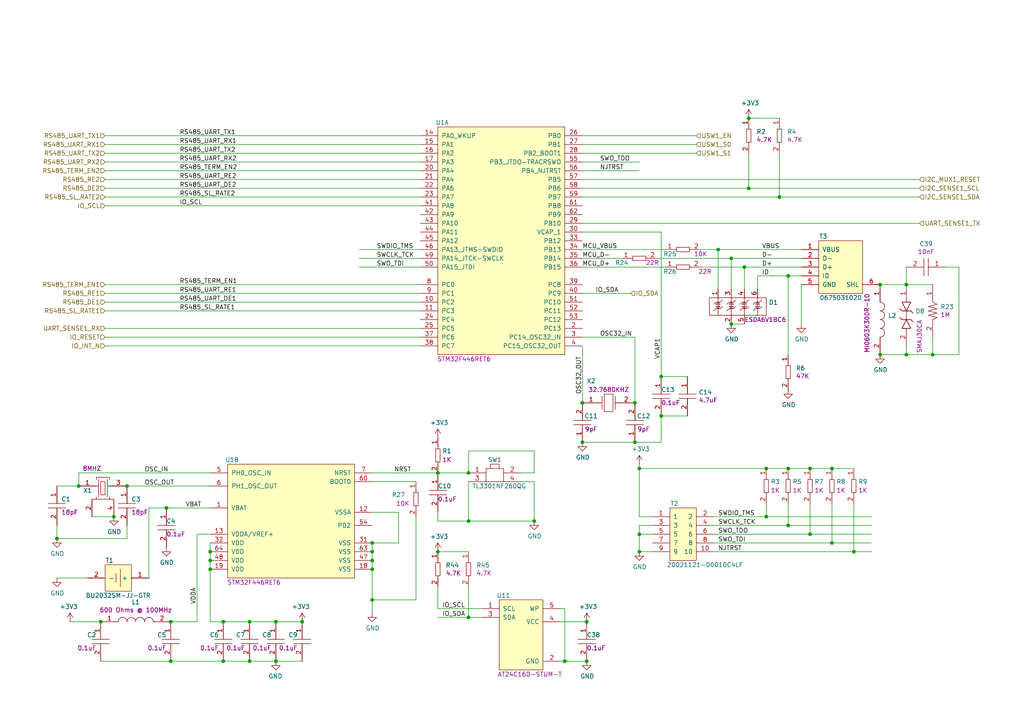
<source format=kicad_sch>
(kicad_sch (version 20230121) (generator eeschema)
  (paper "A4")
  (junction (at 127 160.02))
  (junction (at 127 137.16))
  (junction (at 33.02 149.86))
  (junction (at 107.95 173.99))
  (junction (at 247.65 160.02))
  (junction (at 191.77 109.22))
  (junction (at 241.3 157.48))
  (junction (at 212.09 93.98))
  (junction (at 22.86 140.97))
  (junction (at 72.39 180.34))
  (junction (at 255.27 102.87))
  (junction (at 72.39 191.77))
  (junction (at 217.17 34.29))
  (junction (at 107.95 157.48))
  (junction (at 135.89 151.13))
  (junction (at 80.01 191.77))
  (junction (at 36.83 140.97))
  (junction (at 135.89 137.16))
  (junction (at 107.95 160.02))
  (junction (at 241.3 135.89))
  (junction (at 262.89 102.87))
  (junction (at 154.94 151.13))
  (junction (at 16.51 156.21))
  (junction (at 234.95 154.94))
  (junction (at 48.26 147.32))
  (junction (at 163.83 191.77))
  (junction (at 228.6 135.89))
  (junction (at 222.25 135.89))
  (junction (at 60.96 165.1))
  (junction (at 262.89 82.55))
  (junction (at 270.51 102.87))
  (junction (at 184.15 128.27))
  (junction (at 168.91 128.27))
  (junction (at 228.6 152.4))
  (junction (at 226.06 57.15))
  (junction (at 170.18 180.34))
  (junction (at 212.09 74.93))
  (junction (at 60.96 160.02))
  (junction (at 49.53 191.77))
  (junction (at 222.25 149.86))
  (junction (at 208.28 72.39))
  (junction (at 191.77 120.65))
  (junction (at 64.77 180.34))
  (junction (at 185.42 135.89))
  (junction (at 60.96 162.56))
  (junction (at 135.89 179.07))
  (junction (at 168.91 116.84))
  (junction (at 228.6 80.01))
  (junction (at 185.42 154.94))
  (junction (at 107.95 162.56))
  (junction (at 49.53 180.34))
  (junction (at 255.27 82.55))
  (junction (at 185.42 160.02))
  (junction (at 29.21 180.34))
  (junction (at 107.95 165.1))
  (junction (at 64.77 191.77))
  (junction (at 215.9 77.47))
  (junction (at 234.95 135.89))
  (junction (at 170.18 191.77))
  (junction (at 87.63 180.34))
  (junction (at 217.17 54.61))
  (junction (at 80.01 180.34))
  (junction (at 184.15 116.84))
  (wire (pts (xy 162.56 180.34) (xy 170.18 180.34)))
  (wire (pts (xy 191.77 67.31) (xy 191.77 109.22)))
  (wire (pts (xy 121.92 74.93) (xy 104.14 74.93)))
  (wire (pts (xy 219.71 80.01) (xy 228.6 80.01)))
  (wire (pts (xy 121.92 72.39) (xy 104.14 72.39)))
  (wire (pts (xy 163.83 176.53) (xy 163.83 191.77)))
  (wire (pts (xy 185.42 135.89) (xy 185.42 134.62)))
  (wire (pts (xy 228.6 146.05) (xy 228.6 152.4)))
  (wire (pts (xy 30.48 87.63) (xy 121.92 87.63)))
  (wire (pts (xy 127 137.16) (xy 135.89 137.16)))
  (wire (pts (xy 16.51 156.21) (xy 36.83 156.21)))
  (wire (pts (xy 120.65 173.99) (xy 107.95 173.99)))
  (wire (pts (xy 30.48 59.69) (xy 121.92 59.69)))
  (wire (pts (xy 222.25 135.89) (xy 185.42 135.89)))
  (wire (pts (xy 60.96 154.94) (xy 57.15 154.94)))
  (wire (pts (xy 26.67 149.86) (xy 33.02 149.86)))
  (wire (pts (xy 163.83 191.77) (xy 170.18 191.77)))
  (wire (pts (xy 262.89 100.33) (xy 262.89 102.87)))
  (wire (pts (xy 189.23 152.4) (xy 185.42 152.4)))
  (wire (pts (xy 115.57 157.48) (xy 107.95 157.48)))
  (wire (pts (xy 60.96 137.16) (xy 22.86 137.16)))
  (wire (pts (xy 162.56 191.77) (xy 163.83 191.77)))
  (wire (pts (xy 127 151.13) (xy 135.89 151.13)))
  (wire (pts (xy 199.39 109.22) (xy 191.77 109.22)))
  (wire (pts (xy 278.13 77.47) (xy 278.13 102.87)))
  (wire (pts (xy 121.92 95.25) (xy 30.48 95.25)))
  (wire (pts (xy 278.13 102.87) (xy 270.51 102.87)))
  (wire (pts (xy 107.95 162.56) (xy 107.95 160.02)))
  (wire (pts (xy 184.15 128.27) (xy 168.91 128.27)))
  (wire (pts (xy 60.96 165.1) (xy 60.96 180.34)))
  (wire (pts (xy 228.6 152.4) (xy 252.73 152.4)))
  (wire (pts (xy 232.41 82.55) (xy 232.41 93.98)))
  (wire (pts (xy 234.95 135.89) (xy 228.6 135.89)))
  (wire (pts (xy 228.6 80.01) (xy 228.6 102.87)))
  (wire (pts (xy 60.96 160.02) (xy 60.96 162.56)))
  (wire (pts (xy 191.77 128.27) (xy 184.15 128.27)))
  (wire (pts (xy 203.2 77.47) (xy 215.9 77.47)))
  (wire (pts (xy 262.89 82.55) (xy 270.51 82.55)))
  (wire (pts (xy 57.15 154.94) (xy 57.15 180.34)))
  (wire (pts (xy 185.42 160.02) (xy 189.23 160.02)))
  (wire (pts (xy 168.91 77.47) (xy 193.04 77.47)))
  (wire (pts (xy 107.95 160.02) (xy 107.95 157.48)))
  (wire (pts (xy 16.51 167.64) (xy 25.4 167.64)))
  (wire (pts (xy 43.18 147.32) (xy 43.18 167.64)))
  (wire (pts (xy 30.48 41.91) (xy 121.92 41.91)))
  (wire (pts (xy 121.92 57.15) (xy 30.48 57.15)))
  (wire (pts (xy 168.91 49.53) (xy 185.42 49.53)))
  (wire (pts (xy 127 148.59) (xy 127 151.13)))
  (wire (pts (xy 217.17 34.29) (xy 226.06 34.29)))
  (wire (pts (xy 64.77 191.77) (xy 72.39 191.77)))
  (wire (pts (xy 154.94 130.81) (xy 154.94 137.16)))
  (wire (pts (xy 222.25 149.86) (xy 252.73 149.86)))
  (wire (pts (xy 226.06 44.45) (xy 226.06 57.15)))
  (wire (pts (xy 154.94 137.16) (xy 151.13 137.16)))
  (wire (pts (xy 72.39 180.34) (xy 64.77 180.34)))
  (wire (pts (xy 16.51 152.4) (xy 16.51 156.21)))
  (wire (pts (xy 107.95 177.8) (xy 107.95 173.99)))
  (wire (pts (xy 207.01 152.4) (xy 228.6 152.4)))
  (wire (pts (xy 22.86 137.16) (xy 22.86 140.97)))
  (wire (pts (xy 215.9 93.98) (xy 212.09 93.98)))
  (wire (pts (xy 151.13 139.7) (xy 154.94 139.7)))
  (wire (pts (xy 127 179.07) (xy 135.89 179.07)))
  (wire (pts (xy 60.96 147.32) (xy 48.26 147.32)))
  (wire (pts (xy 208.28 83.82) (xy 208.28 72.39)))
  (wire (pts (xy 232.41 72.39) (xy 208.28 72.39)))
  (wire (pts (xy 168.91 46.99) (xy 185.42 46.99)))
  (wire (pts (xy 80.01 180.34) (xy 72.39 180.34)))
  (wire (pts (xy 30.48 44.45) (xy 121.92 44.45)))
  (wire (pts (xy 121.92 46.99) (xy 30.48 46.99)))
  (wire (pts (xy 30.48 85.09) (xy 121.92 85.09)))
  (wire (pts (xy 16.51 140.97) (xy 22.86 140.97)))
  (wire (pts (xy 115.57 148.59) (xy 115.57 157.48)))
  (wire (pts (xy 121.92 82.55) (xy 30.48 82.55)))
  (wire (pts (xy 207.01 154.94) (xy 234.95 154.94)))
  (wire (pts (xy 64.77 180.34) (xy 60.96 180.34)))
  (wire (pts (xy 247.65 160.02) (xy 252.73 160.02)))
  (wire (pts (xy 215.9 77.47) (xy 232.41 77.47)))
  (wire (pts (xy 266.7 52.07) (xy 168.91 52.07)))
  (wire (pts (xy 154.94 139.7) (xy 154.94 151.13)))
  (wire (pts (xy 193.04 72.39) (xy 168.91 72.39)))
  (wire (pts (xy 270.51 102.87) (xy 262.89 102.87)))
  (wire (pts (xy 199.39 120.65) (xy 191.77 120.65)))
  (wire (pts (xy 60.96 162.56) (xy 60.96 165.1)))
  (wire (pts (xy 30.48 52.07) (xy 121.92 52.07)))
  (wire (pts (xy 189.23 154.94) (xy 185.42 154.94)))
  (wire (pts (xy 168.91 39.37) (xy 201.93 39.37)))
  (wire (pts (xy 241.3 135.89) (xy 234.95 135.89)))
  (wire (pts (xy 208.28 72.39) (xy 203.2 72.39)))
  (wire (pts (xy 135.89 151.13) (xy 135.89 139.7)))
  (wire (pts (xy 168.91 97.79) (xy 184.15 97.79)))
  (wire (pts (xy 168.91 54.61) (xy 217.17 54.61)))
  (wire (pts (xy 168.91 85.09) (xy 182.88 85.09)))
  (wire (pts (xy 185.42 149.86) (xy 185.42 135.89)))
  (wire (pts (xy 207.01 149.86) (xy 222.25 149.86)))
  (wire (pts (xy 212.09 83.82) (xy 212.09 74.93)))
  (wire (pts (xy 232.41 80.01) (xy 228.6 80.01)))
  (wire (pts (xy 234.95 154.94) (xy 252.73 154.94)))
  (wire (pts (xy 135.89 179.07) (xy 139.7 179.07)))
  (wire (pts (xy 207.01 160.02) (xy 247.65 160.02)))
  (wire (pts (xy 43.18 147.32) (xy 48.26 147.32)))
  (wire (pts (xy 274.32 77.47) (xy 278.13 77.47)))
  (wire (pts (xy 226.06 57.15) (xy 168.91 57.15)))
  (wire (pts (xy 154.94 151.13) (xy 135.89 151.13)))
  (wire (pts (xy 107.95 165.1) (xy 107.95 162.56)))
  (wire (pts (xy 222.25 146.05) (xy 222.25 149.86)))
  (wire (pts (xy 168.91 100.33) (xy 168.91 116.84)))
  (wire (pts (xy 107.95 137.16) (xy 127 137.16)))
  (wire (pts (xy 87.63 180.34) (xy 80.01 180.34)))
  (wire (pts (xy 212.09 74.93) (xy 232.41 74.93)))
  (wire (pts (xy 107.95 139.7) (xy 120.65 139.7)))
  (wire (pts (xy 36.83 156.21) (xy 36.83 152.4)))
  (wire (pts (xy 121.92 49.53) (xy 30.48 49.53)))
  (wire (pts (xy 121.92 39.37) (xy 30.48 39.37)))
  (wire (pts (xy 215.9 77.47) (xy 215.9 83.82)))
  (wire (pts (xy 80.01 191.77) (xy 87.63 191.77)))
  (wire (pts (xy 127 170.18) (xy 127 176.53)))
  (wire (pts (xy 190.5 74.93) (xy 212.09 74.93)))
  (wire (pts (xy 107.95 173.99) (xy 107.95 165.1)))
  (wire (pts (xy 30.48 90.17) (xy 121.92 90.17)))
  (wire (pts (xy 121.92 77.47) (xy 104.14 77.47)))
  (wire (pts (xy 168.91 44.45) (xy 201.93 44.45)))
  (wire (pts (xy 255.27 82.55) (xy 262.89 82.55)))
  (wire (pts (xy 135.89 130.81) (xy 154.94 130.81)))
  (wire (pts (xy 168.91 67.31) (xy 191.77 67.31)))
  (wire (pts (xy 234.95 146.05) (xy 234.95 154.94)))
  (wire (pts (xy 49.53 191.77) (xy 64.77 191.77)))
  (wire (pts (xy 217.17 54.61) (xy 266.7 54.61)))
  (wire (pts (xy 36.83 140.97) (xy 60.96 140.97)))
  (wire (pts (xy 189.23 149.86) (xy 185.42 149.86)))
  (wire (pts (xy 60.96 157.48) (xy 60.96 160.02)))
  (wire (pts (xy 120.65 149.86) (xy 120.65 173.99)))
  (wire (pts (xy 219.71 83.82) (xy 219.71 80.01)))
  (wire (pts (xy 247.65 146.05) (xy 247.65 160.02)))
  (wire (pts (xy 266.7 57.15) (xy 226.06 57.15)))
  (wire (pts (xy 135.89 170.18) (xy 135.89 179.07)))
  (wire (pts (xy 270.51 97.79) (xy 270.51 102.87)))
  (wire (pts (xy 191.77 120.65) (xy 191.77 128.27)))
  (wire (pts (xy 241.3 146.05) (xy 241.3 157.48)))
  (wire (pts (xy 217.17 44.45) (xy 217.17 54.61)))
  (wire (pts (xy 127 160.02) (xy 135.89 160.02)))
  (wire (pts (xy 185.42 152.4) (xy 185.42 154.94)))
  (wire (pts (xy 162.56 176.53) (xy 163.83 176.53)))
  (wire (pts (xy 201.93 41.91) (xy 168.91 41.91)))
  (wire (pts (xy 121.92 100.33) (xy 30.48 100.33)))
  (wire (pts (xy 29.21 191.77) (xy 49.53 191.77)))
  (wire (pts (xy 184.15 97.79) (xy 184.15 116.84)))
  (wire (pts (xy 247.65 135.89) (xy 241.3 135.89)))
  (wire (pts (xy 228.6 135.89) (xy 222.25 135.89)))
  (wire (pts (xy 57.15 180.34) (xy 49.53 180.34)))
  (wire (pts (xy 107.95 148.59) (xy 115.57 148.59)))
  (wire (pts (xy 185.42 154.94) (xy 185.42 160.02)))
  (wire (pts (xy 135.89 137.16) (xy 135.89 130.81)))
  (wire (pts (xy 168.91 64.77) (xy 266.7 64.77)))
  (wire (pts (xy 241.3 157.48) (xy 252.73 157.48)))
  (wire (pts (xy 30.48 54.61) (xy 121.92 54.61)))
  (wire (pts (xy 29.21 180.34) (xy 20.32 180.34)))
  (wire (pts (xy 207.01 157.48) (xy 241.3 157.48)))
  (wire (pts (xy 72.39 191.77) (xy 80.01 191.77)))
  (wire (pts (xy 30.48 97.79) (xy 121.92 97.79)))
  (wire (pts (xy 168.91 74.93) (xy 180.34 74.93)))
  (wire (pts (xy 127 176.53) (xy 139.7 176.53)))
  (wire (pts (xy 262.89 77.47) (xy 262.89 82.55)))
  (wire (pts (xy 262.89 102.87) (xy 255.27 102.87)))
  (label "ID" (at 220.98 80.01 0))
  (label "MCU_D-" (at 168.91 74.93 0))
  (label "RS485_UART_RE2" (at 52.07 52.07 0))
  (label "VBAT" (at 58.42 147.32 180))
  (label "SWO_TDO" (at 173.99 46.99 0))
  (label "RS485_UART_RE1" (at 52.07 85.09 0))
  (label "MCU_VBUS" (at 168.91 72.39 0))
  (label "VBUS" (at 220.98 72.39 0))
  (label "RS485_TERM_EN1" (at 52.07 82.55 0))
  (label "OSC32_OUT" (at 168.91 114.3 90))
  (label "NJTRST" (at 173.99 49.53 0))
  (label "IO_SDA" (at 128.27 179.07 0))
  (label "RS485_UART_RX1" (at 52.07 41.91 0))
  (label "D+" (at 220.98 77.47 0))
  (label "IO_SCL" (at 52.07 59.69 0))
  (label "SWO_TDI" (at 109.22 77.47 0))
  (label "RS485_SL_RATE2" (at 52.07 57.15 0))
  (label "RS485_UART_TX1" (at 52.07 39.37 0))
  (label "NRST" (at 114.3 137.16 0))
  (label "SWDIO_TMS" (at 208.28 149.86 0))
  (label "VDDA" (at 57.15 175.26 90))
  (label "IO_SCL" (at 128.27 176.53 0))
  (label "SWO_TDI" (at 208.28 157.48 0))
  (label "SWO_TDO" (at 208.28 154.94 0))
  (label "SWCLK_TCK" (at 109.22 74.93 0))
  (label "RS485_SL_RATE1" (at 52.07 90.17 0))
  (label "OSC32_IN" (at 173.99 97.79 0))
  (label "RS485_UART_RX2" (at 52.07 46.99 0))
  (label "RS485_UART_TX2" (at 52.07 44.45 0))
  (label "MCU_D+" (at 168.91 77.47 0))
  (label "D-" (at 220.98 74.93 0))
  (label "RS485_TERM_EN2" (at 52.07 49.53 0))
  (label "IO_SDA" (at 172.72 85.09 0))
  (label "VCAP1" (at 191.77 104.14 90))
  (label "NJTRST" (at 208.28 160.02 0))
  (label "OSC_IN" (at 41.91 137.16 0))
  (label "SWDIO_TMS" (at 109.22 72.39 0))
  (label "RS485_UART_DE1" (at 52.07 87.63 0))
  (label "OSC_OUT" (at 41.91 140.97 0))
  (label "SWCLK_TCK" (at 208.28 152.4 0))
  (label "RS485_UART_DE2" (at 52.07 54.61 0))
  (hierarchical_label "USW1_S1" (shape input) (at 201.93 44.45 0))
  (hierarchical_label "RS485_TERM_EN1" (shape input) (at 30.48 82.55 180))
  (hierarchical_label "RS485_DE2" (shape input) (at 30.48 54.61 180))
  (hierarchical_label "RS485_UART_RX2" (shape input) (at 30.48 46.99 180))
  (hierarchical_label "IO_SCL" (shape input) (at 30.48 59.69 180))
  (hierarchical_label "RS485_RE1" (shape input) (at 30.48 85.09 180))
  (hierarchical_label "RS485_DE1" (shape input) (at 30.48 87.63 180))
  (hierarchical_label "UART_SENSE1_TX" (shape input) (at 266.7 64.77 0))
  (hierarchical_label "USW1_S0" (shape input) (at 201.93 41.91 0))
  (hierarchical_label "RS485_UART_TX2" (shape input) (at 30.48 44.45 180))
  (hierarchical_label "RS485_SL_RATE1" (shape input) (at 30.48 90.17 180))
  (hierarchical_label "RS485_TERM_EN2" (shape input) (at 30.48 49.53 180))
  (hierarchical_label "IO_SDA" (shape input) (at 182.88 85.09 0))
  (hierarchical_label "IO_INT_N" (shape input) (at 30.48 100.33 180))
  (hierarchical_label "RS485_SL_RATE2" (shape input) (at 30.48 57.15 180))
  (hierarchical_label "USW1_EN" (shape input) (at 201.93 39.37 0))
  (hierarchical_label "I2C_SENSE1_SDA" (shape input) (at 266.7 57.15 0))
  (hierarchical_label "RS485_UART_TX1" (shape input) (at 30.48 39.37 180))
  (hierarchical_label "UART_SENSE1_RX" (shape input) (at 30.48 95.25 180))
  (hierarchical_label "RS485_UART_RX1" (shape input) (at 30.48 41.91 180))
  (hierarchical_label "I2C_MUX1_RESET" (shape input) (at 266.7 52.07 0))
  (hierarchical_label "IO_RESET" (shape input) (at 30.48 97.79 180))
  (hierarchical_label "RS485_RE2" (shape input) (at 30.48 52.07 180))
  (hierarchical_label "I2C_SENSE1_SCL" (shape input) (at 266.7 54.61 0))
  (symbol (lib_id "AVR-KiCAD-Lib-ICs:STM32F446RET6") (at 127 36.83 0) (unit 1)
    (property "Reference" "U1" (at 128.27 35.56 0))
    (property "Value" "STM32F446RET6" (effects hide))
    (property "Footprint" "AVR-KiCAD-Lib-ICs:STM32F446RET6" (effects hide))
    (property "Datasheet" "https://www.st.com/content/ccc/resource/technical/document/datasheet/65/cb/75/50/53/d6/48/24/DM00141306.pdf/files/DM00141306.pdf/jcr:content/translations/en.DM00141306.pdf" (effects hide))
    (property "Cost QTY: 1" "8.55000" (effects hide))
    (property "Cost QTY: 1000" "4.85069" (effects hide))
    (property "Cost QTY: 2500" "4.67103" (effects hide))
    (property "Cost QTY: 5000" "4.49138" (effects hide))
    (property "Cost QTY: 10000" "*" (effects hide))
    (property "MFR" "STMicroelectronics" (effects hide))
    (property "MFR#" "STM32F446RET6" (effects hide))
    (property "Vendor" "Digikey" (effects hide))
    (property "Vendor #" "497-15376-ND" (effects hide))
    (property "Designer" "AVR" (effects hide))
    (property "Height" "*" (effects hide))
    (property "Date Created" "6/15/2020" (effects hide))
    (property "Date Modified" "6/15/2020" (effects hide))
    (property "Lead-Free ?" "Yes" (effects hide))
    (property "RoHS Levels" "1" (effects hide))
    (property "Mounting" "SMT" (effects hide))
    (property "Pin Count #" "64" (effects hide))
    (property "Status" "Active" (effects hide))
    (property "Tolerance" "*" (effects hide))
    (property "Type" "MCU" (effects hide))
    (property "Voltage" "1.7V ~ 3.6V" (effects hide))
    (property "Package" "LQFP64" (effects hide))
    (property "Description" "ARM® Cortex®-M4 STM32F4 Microcontroller IC 32-Bit 180MHz 512KB (512K x 8) FLASH 64-LQFP (10x10)" (effects hide))
    (property "_Value_" "STM32F446RET6" (at 134.62 104.14 0))
    (property "Management_ID" "*" (effects hide))
  )
  (symbol (lib_id "AVR-KiCAD-Lib-ICs:STM32F446RET6") (at 66.04 134.62 0) (unit 2)
    (property "Reference" "U1" (at 67.31 133.35 0))
    (property "Value" "STM32F446RET6" (effects hide))
    (property "Footprint" "AVR-KiCAD-Lib-ICs:STM32F446RET6" (effects hide))
    (property "Datasheet" "https://www.st.com/content/ccc/resource/technical/document/datasheet/65/cb/75/50/53/d6/48/24/DM00141306.pdf/files/DM00141306.pdf/jcr:content/translations/en.DM00141306.pdf" (effects hide))
    (property "Cost QTY: 1" "8.55000" (effects hide))
    (property "Cost QTY: 1000" "4.85069" (effects hide))
    (property "Cost QTY: 2500" "4.67103" (effects hide))
    (property "Cost QTY: 5000" "4.49138" (effects hide))
    (property "Cost QTY: 10000" "*" (effects hide))
    (property "MFR" "STMicroelectronics" (effects hide))
    (property "MFR#" "STM32F446RET6" (effects hide))
    (property "Vendor" "Digikey" (effects hide))
    (property "Vendor #" "497-15376-ND" (effects hide))
    (property "Designer" "AVR" (effects hide))
    (property "Height" "*" (effects hide))
    (property "Date Created" "6/15/2020" (effects hide))
    (property "Date Modified" "6/15/2020" (effects hide))
    (property "Lead-Free ?" "Yes" (effects hide))
    (property "RoHS Levels" "1" (effects hide))
    (property "Mounting" "SMT" (effects hide))
    (property "Pin Count #" "64" (effects hide))
    (property "Status" "Active" (effects hide))
    (property "Tolerance" "*" (effects hide))
    (property "Type" "MCU" (effects hide))
    (property "Voltage" "1.7V ~ 3.6V" (effects hide))
    (property "Package" "LQFP64" (effects hide))
    (property "Description" "ARM® Cortex®-M4 STM32F4 Microcontroller IC 32-Bit 180MHz 512KB (512K x 8) FLASH 64-LQFP (10x10)" (effects hide))
    (property "_Value_" "STM32F446RET6" (at 73.66 168.91 0))
    (property "Management_ID" "*" (effects hide))
  )
  (symbol (lib_id "AVR-KiCAD-Lib-Battery-Holders:BU2032SM-JJ-GTR") (at 34.29 167.64 0) (unit 1)
    (property "Reference" "T1" (at 31.75 162.56 0))
    (property "Value" "BU2032SM-JJ-GTR" (at 34.29 172.72 0))
    (property "Footprint" "AVR-KiCAD-Lib-Battery-Holders:BU2032SM-JJ-GTR" (effects hide))
    (property "Datasheet" "http://www.memoryprotectiondevices.com/datasheets/BU2032SM-JJ-GTR-datasheet.pdf" (effects hide))
    (property "Cost QTY: 1" "0.96000" (effects hide))
    (property "Cost QTY: 1000" "*" (effects hide))
    (property "Cost QTY: 2500" "*" (effects hide))
    (property "Cost QTY: 5000" "*" (effects hide))
    (property "Cost QTY: 10000" "*" (effects hide))
    (property "MFR" "MPD (Memory Protection Devices)" (effects hide))
    (property "MFR#" "BU2032SM-JJ-GTR" (effects hide))
    (property "Vendor" "Digikey" (effects hide))
    (property "Vendor #" "BU2032SM-JJ-GCT-ND" (effects hide))
    (property "Designer" "AVR" (effects hide))
    (property "Height" "5.3mm" (effects hide))
    (property "Date Created" "12/7/2019" (effects hide))
    (property "Date Modified" "12/7/2019" (effects hide))
    (property "Lead-Free ?" "Yes" (effects hide))
    (property "RoHS Levels" "1" (effects hide))
    (property "Mounting" "SMT" (effects hide))
    (property "Pin Count #" "2" (effects hide))
    (property "Status" "Active" (effects hide))
    (property "Tolerance" "*" (effects hide))
    (property "Type" "Battery Clip" (effects hide))
    (property "Voltage" "3.3V" (effects hide))
    (property "Package" "Proprietary" (effects hide))
    (property "Description" "Battery Holder (Open) Coin, 20.0mm 1 Cell SMD (SMT) Tab" (effects hide))
    (property "_Value_" "Battery Clip" (effects hide))
    (property "Management_ID" "*" (effects hide))
  )
  (symbol (lib_id "AVR-KiCAD-Lib-Oscillators-Clocks:ABM3B-8.000MHZ-B2-T") (at 27.94 138.43 0) (unit 1)
    (property "Reference" "X1" (at 25.4 142.24 0))
    (property "Value" "ABM3B-8.000MHZ-B2-T" (effects hide))
    (property "Footprint" "AVR-KiCAD-Lib-Oscillators:ABM3B8.000MHZB2T" (effects hide))
    (property "Datasheet" "https://abracon.com/Resonators/abm3b.pdf" (effects hide))
    (property "Cost QTY: 1" "1.09000" (effects hide))
    (property "Cost QTY: 1000" "0.57000" (effects hide))
    (property "Cost QTY: 2500" "*" (effects hide))
    (property "Cost QTY: 5000" "*" (effects hide))
    (property "Cost QTY: 10000" "*" (effects hide))
    (property "MFR" "Abracon LLC" (effects hide))
    (property "MFR#" "ABM3B-8.000MHZ-B2-T" (effects hide))
    (property "Vendor" "Digikey" (effects hide))
    (property "Vendor #" "535-9720-2-ND" (effects hide))
    (property "Designer" "AVR" (effects hide))
    (property "Height" "1.10mm" (effects hide))
    (property "Date Created" "6/16/2020" (effects hide))
    (property "Date Modified" "6/16/2020" (effects hide))
    (property "Lead-Free ?" "Yes" (effects hide))
    (property "RoHS Levels" "1" (effects hide))
    (property "Mounting" "SMT" (effects hide))
    (property "Pin Count #" "4" (effects hide))
    (property "Status" "Active" (effects hide))
    (property "Tolerance" "*" (effects hide))
    (property "Type" "Crystal Oscillator" (effects hide))
    (property "Voltage" "*" (effects hide))
    (property "Package" "4-SMD" (effects hide))
    (property "Description" "8MHz ±20ppm Crystal 18pF 200 Ohms 4-SMD, No Lead" (effects hide))
    (property "_Value_" "8MHZ" (at 26.67 135.89 0))
    (property "Management_ID" "*" (effects hide))
  )
  (symbol (lib_id "AVR-KiCAD-Lib-Oscillators-Clocks:ABS07-32.768KHZ-9-T") (at 176.53 116.84 0) (unit 1)
    (property "Reference" "X2" (at 171.45 110.49 0))
    (property "Value" "ABS07-32.768KHZ-9-T" (effects hide))
    (property "Footprint" "AVR-KiCAD-Lib-Oscillators:ABS07-32.768KHZ-9-T" (effects hide))
    (property "Datasheet" "https://abracon.com/Resonators/ABS07.pdf" (effects hide))
    (property "Cost QTY: 1" "1.09000" (effects hide))
    (property "Cost QTY: 1000" "0.62700" (effects hide))
    (property "Cost QTY: 2500" "*" (effects hide))
    (property "Cost QTY: 5000" "*" (effects hide))
    (property "Cost QTY: 10000" "*" (effects hide))
    (property "MFR" "Abracon LLC" (effects hide))
    (property "MFR#" "ABS07-32.768KHZ-9-T" (effects hide))
    (property "Vendor" "Digikey" (effects hide))
    (property "Vendor #" "535-9544-1-ND" (effects hide))
    (property "Designer" "AVR" (effects hide))
    (property "Height" "0.9mm" (effects hide))
    (property "Date Created" "6/16/2020" (effects hide))
    (property "Date Modified" "6/16/2020" (effects hide))
    (property "Lead-Free ?" "Yes" (effects hide))
    (property "RoHS Levels" "1" (effects hide))
    (property "Mounting" "SMT" (effects hide))
    (property "Pin Count #" "2" (effects hide))
    (property "Status" "Active" (effects hide))
    (property "Tolerance" "*" (effects hide))
    (property "Type" "Crystal Oscillator" (effects hide))
    (property "Voltage" "*" (effects hide))
    (property "Package" "Proprietary SMT" (effects hide))
    (property "Description" "32.768kHz ±20ppm Crystal 9pF 70 kOhms 2-SMD, No Lead" (effects hide))
    (property "_Value_" "32.7680KHZ" (at 176.53 113.03 0))
    (property "Management_ID" "*" (effects hide))
  )
  (symbol (lib_id "AVR-KiCAD-Lib-Connectors:20021121-00010C4LF") (at 194.31 147.32 0) (unit 1)
    (property "Reference" "T2" (at 195.58 146.05 0))
    (property "Value" "20021121-00010C4LF" (at 204.47 163.83 0))
    (property "Footprint" "AVR-KiCAD-Lib-Connectors:20021121-00010C4LF" (effects hide))
    (property "Datasheet" "https://cdn.amphenol-icc.com/media/wysiwyg/files/drawing/20021121.pdf" (effects hide))
    (property "Cost QTY: 1" "0.87000" (effects hide))
    (property "Cost QTY: 1000" "*" (effects hide))
    (property "Cost QTY: 2500" "*" (effects hide))
    (property "Cost QTY: 5000" "*" (effects hide))
    (property "Cost QTY: 10000" "*" (effects hide))
    (property "MFR" "Amphenol ICC (FCI)" (effects hide))
    (property "MFR#" "20021121-00010C4LF" (effects hide))
    (property "Vendor" "Digikey" (effects hide))
    (property "Vendor #" "609-3695-1-ND" (effects hide))
    (property "Designer" "AVR" (effects hide))
    (property "Height" "5.5mm" (effects hide))
    (property "Date Created" "6/16/2020" (effects hide))
    (property "Date Modified" "6/16/2020" (effects hide))
    (property "Lead-Free ?" "Yes" (effects hide))
    (property "RoHS Levels" "1" (effects hide))
    (property "Mounting" "SMT" (effects hide))
    (property "Pin Count #" "10" (effects hide))
    (property "Status" "Active" (effects hide))
    (property "Tolerance" "*" (effects hide))
    (property "Type" "SMT Pin Header" (effects hide))
    (property "Voltage" "*" (effects hide))
    (property "Package" "*" (effects hide))
    (property "Description" "CONN HEADER SMD 10POS 1.27MM" (effects hide))
    (property "_Value_" "20021121-00010C4LF" (effects hide))
    (property "Management_ID" "*" (effects hide))
  )
  (symbol (lib_id "AVR-KiCAD-Lib-Resistors:RC0402FR-071KL") (at 222.25 140.97 270) (unit 1)
    (property "Reference" "R3" (at 223.52 139.7 90) (effects (justify left)))
    (property "Value" "RC0402FR-071KL" (effects hide))
    (property "Footprint" "AVR-KiCAD-Lib-Resistors:R0402" (effects hide))
    (property "Datasheet" "https://www.yageo.com/upload/media/product/productsearch/datasheet/rchip/PYu-RC_Group_51_RoHS_L_10.pdf" (effects hide))
    (property "Cost QTY: 1" "0.10000" (effects hide))
    (property "Cost QTY: 1000" "0.00289" (effects hide))
    (property "Cost QTY: 2500" "0.00251" (effects hide))
    (property "Cost QTY: 5000" "0.00207" (effects hide))
    (property "Cost QTY: 10000" "0.00163" (effects hide))
    (property "MFR" "Yageo" (effects hide))
    (property "MFR#" "RC0402FR-071KL" (effects hide))
    (property "Vendor" "Digikey" (effects hide))
    (property "Vendor #" "311-1.00KLRTR-ND" (effects hide))
    (property "Designer" "AVR" (effects hide))
    (property "Height" "0.4mm" (effects hide))
    (property "Date Created" "12/11/2019" (effects hide))
    (property "Date Modified" "12/11/2019" (effects hide))
    (property "Lead-Free ?" "Yes" (effects hide))
    (property "RoHS Levels" "1" (effects hide))
    (property "Mounting" "SMT" (effects hide))
    (property "Pin Count #" "2" (effects hide))
    (property "Status" "Active" (effects hide))
    (property "Tolerance" "1%" (effects hide))
    (property "Type" "Thick Film Resistor" (effects hide))
    (property "Voltage" "*" (effects hide))
    (property "Package" "0402" (effects hide))
    (property "_Value_" "1K" (at 223.52 142.24 90) (effects (justify left)))
    (property "Management_ID" "*" (effects hide))
    (property "Description" " kOhms ±1% 0.063W, 1/16W Chip Resistor 0402 (1005 Metric) Moisture Resistant Thick Film" (effects hide))
  )
  (symbol (lib_id "power:GND") (at 185.42 160.02 0) (unit 1)
    (property "Reference" "#PWR013" (effects hide))
    (property "Value" "GND" (at 185.547 164.4142 0))
  )
  (symbol (lib_id "power:+3V3") (at 185.42 134.62 0) (unit 1)
    (property "Reference" "#PWR012" (effects hide))
    (property "Value" "+3V3" (at 185.801 130.2258 0))
  )
  (symbol (lib_id "AVR-KiCAD-Lib-Resistors:RC0402FR-071KL") (at 228.6 140.97 270) (unit 1)
    (property "Reference" "R5" (at 229.87 139.7 90) (effects (justify left)))
    (property "Value" "RC0402FR-071KL" (effects hide))
    (property "Footprint" "AVR-KiCAD-Lib-Resistors:R0402" (effects hide))
    (property "Datasheet" "https://www.yageo.com/upload/media/product/productsearch/datasheet/rchip/PYu-RC_Group_51_RoHS_L_10.pdf" (effects hide))
    (property "Cost QTY: 1" "0.10000" (effects hide))
    (property "Cost QTY: 1000" "0.00289" (effects hide))
    (property "Cost QTY: 2500" "0.00251" (effects hide))
    (property "Cost QTY: 5000" "0.00207" (effects hide))
    (property "Cost QTY: 10000" "0.00163" (effects hide))
    (property "MFR" "Yageo" (effects hide))
    (property "MFR#" "RC0402FR-071KL" (effects hide))
    (property "Vendor" "Digikey" (effects hide))
    (property "Vendor #" "311-1.00KLRTR-ND" (effects hide))
    (property "Designer" "AVR" (effects hide))
    (property "Height" "0.4mm" (effects hide))
    (property "Date Created" "12/11/2019" (effects hide))
    (property "Date Modified" "12/11/2019" (effects hide))
    (property "Lead-Free ?" "Yes" (effects hide))
    (property "RoHS Levels" "1" (effects hide))
    (property "Mounting" "SMT" (effects hide))
    (property "Pin Count #" "2" (effects hide))
    (property "Status" "Active" (effects hide))
    (property "Tolerance" "1%" (effects hide))
    (property "Type" "Thick Film Resistor" (effects hide))
    (property "Voltage" "*" (effects hide))
    (property "Package" "0402" (effects hide))
    (property "_Value_" "1K" (at 229.87 142.24 90) (effects (justify left)))
    (property "Management_ID" "*" (effects hide))
    (property "Description" " kOhms ±1% 0.063W, 1/16W Chip Resistor 0402 (1005 Metric) Moisture Resistant Thick Film" (effects hide))
  )
  (symbol (lib_id "AVR-KiCAD-Lib-Resistors:RC0402FR-071KL") (at 234.95 140.97 270) (unit 1)
    (property "Reference" "R7" (at 236.22 139.7 90) (effects (justify left)))
    (property "Value" "RC0402FR-071KL" (effects hide))
    (property "Footprint" "AVR-KiCAD-Lib-Resistors:R0402" (effects hide))
    (property "Datasheet" "https://www.yageo.com/upload/media/product/productsearch/datasheet/rchip/PYu-RC_Group_51_RoHS_L_10.pdf" (effects hide))
    (property "Cost QTY: 1" "0.10000" (effects hide))
    (property "Cost QTY: 1000" "0.00289" (effects hide))
    (property "Cost QTY: 2500" "0.00251" (effects hide))
    (property "Cost QTY: 5000" "0.00207" (effects hide))
    (property "Cost QTY: 10000" "0.00163" (effects hide))
    (property "MFR" "Yageo" (effects hide))
    (property "MFR#" "RC0402FR-071KL" (effects hide))
    (property "Vendor" "Digikey" (effects hide))
    (property "Vendor #" "311-1.00KLRTR-ND" (effects hide))
    (property "Designer" "AVR" (effects hide))
    (property "Height" "0.4mm" (effects hide))
    (property "Date Created" "12/11/2019" (effects hide))
    (property "Date Modified" "12/11/2019" (effects hide))
    (property "Lead-Free ?" "Yes" (effects hide))
    (property "RoHS Levels" "1" (effects hide))
    (property "Mounting" "SMT" (effects hide))
    (property "Pin Count #" "2" (effects hide))
    (property "Status" "Active" (effects hide))
    (property "Tolerance" "1%" (effects hide))
    (property "Type" "Thick Film Resistor" (effects hide))
    (property "Voltage" "*" (effects hide))
    (property "Package" "0402" (effects hide))
    (property "_Value_" "1K" (at 236.22 142.24 90) (effects (justify left)))
    (property "Management_ID" "*" (effects hide))
    (property "Description" " kOhms ±1% 0.063W, 1/16W Chip Resistor 0402 (1005 Metric) Moisture Resistant Thick Film" (effects hide))
  )
  (symbol (lib_id "AVR-KiCAD-Lib-Resistors:RC0402FR-071KL") (at 241.3 140.97 270) (unit 1)
    (property "Reference" "R8" (at 242.57 139.7 90) (effects (justify left)))
    (property "Value" "RC0402FR-071KL" (effects hide))
    (property "Footprint" "AVR-KiCAD-Lib-Resistors:R0402" (effects hide))
    (property "Datasheet" "https://www.yageo.com/upload/media/product/productsearch/datasheet/rchip/PYu-RC_Group_51_RoHS_L_10.pdf" (effects hide))
    (property "Cost QTY: 1" "0.10000" (effects hide))
    (property "Cost QTY: 1000" "0.00289" (effects hide))
    (property "Cost QTY: 2500" "0.00251" (effects hide))
    (property "Cost QTY: 5000" "0.00207" (effects hide))
    (property "Cost QTY: 10000" "0.00163" (effects hide))
    (property "MFR" "Yageo" (effects hide))
    (property "MFR#" "RC0402FR-071KL" (effects hide))
    (property "Vendor" "Digikey" (effects hide))
    (property "Vendor #" "311-1.00KLRTR-ND" (effects hide))
    (property "Designer" "AVR" (effects hide))
    (property "Height" "0.4mm" (effects hide))
    (property "Date Created" "12/11/2019" (effects hide))
    (property "Date Modified" "12/11/2019" (effects hide))
    (property "Lead-Free ?" "Yes" (effects hide))
    (property "RoHS Levels" "1" (effects hide))
    (property "Mounting" "SMT" (effects hide))
    (property "Pin Count #" "2" (effects hide))
    (property "Status" "Active" (effects hide))
    (property "Tolerance" "1%" (effects hide))
    (property "Type" "Thick Film Resistor" (effects hide))
    (property "Voltage" "*" (effects hide))
    (property "Package" "0402" (effects hide))
    (property "_Value_" "1K" (at 242.57 142.24 90) (effects (justify left)))
    (property "Management_ID" "*" (effects hide))
    (property "Description" " kOhms ±1% 0.063W, 1/16W Chip Resistor 0402 (1005 Metric) Moisture Resistant Thick Film" (effects hide))
  )
  (symbol (lib_id "AVR-KiCAD-Lib-Resistors:RC0402FR-071KL") (at 247.65 140.97 270) (unit 1)
    (property "Reference" "R9" (at 248.92 139.7 90) (effects (justify left)))
    (property "Value" "RC0402FR-071KL" (effects hide))
    (property "Footprint" "AVR-KiCAD-Lib-Resistors:R0402" (effects hide))
    (property "Datasheet" "https://www.yageo.com/upload/media/product/productsearch/datasheet/rchip/PYu-RC_Group_51_RoHS_L_10.pdf" (effects hide))
    (property "Cost QTY: 1" "0.10000" (effects hide))
    (property "Cost QTY: 1000" "0.00289" (effects hide))
    (property "Cost QTY: 2500" "0.00251" (effects hide))
    (property "Cost QTY: 5000" "0.00207" (effects hide))
    (property "Cost QTY: 10000" "0.00163" (effects hide))
    (property "MFR" "Yageo" (effects hide))
    (property "MFR#" "RC0402FR-071KL" (effects hide))
    (property "Vendor" "Digikey" (effects hide))
    (property "Vendor #" "311-1.00KLRTR-ND" (effects hide))
    (property "Designer" "AVR" (effects hide))
    (property "Height" "0.4mm" (effects hide))
    (property "Date Created" "12/11/2019" (effects hide))
    (property "Date Modified" "12/11/2019" (effects hide))
    (property "Lead-Free ?" "Yes" (effects hide))
    (property "RoHS Levels" "1" (effects hide))
    (property "Mounting" "SMT" (effects hide))
    (property "Pin Count #" "2" (effects hide))
    (property "Status" "Active" (effects hide))
    (property "Tolerance" "1%" (effects hide))
    (property "Type" "Thick Film Resistor" (effects hide))
    (property "Voltage" "*" (effects hide))
    (property "Package" "0402" (effects hide))
    (property "_Value_" "1K" (at 248.92 142.24 90) (effects (justify left)))
    (property "Management_ID" "*" (effects hide))
    (property "Description" " kOhms ±1% 0.063W, 1/16W Chip Resistor 0402 (1005 Metric) Moisture Resistant Thick Film" (effects hide))
  )
  (symbol (lib_id "power:GND") (at 107.95 177.8 0) (unit 1)
    (property "Reference" "#PWR08" (effects hide))
    (property "Value" "GND" (at 108.077 182.1942 0))
  )
  (symbol (lib_id "power:GND") (at 16.51 167.64 0) (unit 1)
    (property "Reference" "#PWR02" (effects hide))
    (property "Value" "GND" (at 16.637 172.0342 0))
  )
  (symbol (lib_id "power:GND") (at 33.02 149.86 0) (unit 1)
    (property "Reference" "#PWR04" (effects hide))
    (property "Value" "GND" (at 33.147 154.2542 0))
  )
  (symbol (lib_id "power:+3V3") (at 87.63 180.34 0) (mirror y) (unit 1)
    (property "Reference" "#PWR07" (effects hide))
    (property "Value" "+3V3" (at 87.249 175.9458 0))
  )
  (symbol (lib_id "AVR-KiCAD-Lib-Capacitors:C0402C104K9PACTU") (at 29.21 185.42 90) (mirror x) (unit 1)
    (property "Reference" "C2" (at 27.94 184.15 90) (effects (justify left)))
    (property "Value" "C0402C104K9PACTU" (effects hide))
    (property "Footprint" "AVR-KiCAD-Lib-Resistors:R0402" (effects hide))
    (property "Datasheet" "https://content.kemet.com/datasheets/KEM_C1006_X5R_SMD.pdf" (effects hide))
    (property "Cost QTY: 1" "0.10000" (effects hide))
    (property "Cost QTY: 1000" "0.01139" (effects hide))
    (property "Cost QTY: 2500" "0.01035" (effects hide))
    (property "Cost QTY: 5000" "0.00952" (effects hide))
    (property "Cost QTY: 10000" "0.00756" (effects hide))
    (property "MFR" "KEMET" (effects hide))
    (property "MFR#" "C0402C104K9PACTU" (effects hide))
    (property "Vendor" "Digikey" (effects hide))
    (property "Vendor #" "399-3026-6-ND" (effects hide))
    (property "Designer" "AVR" (effects hide))
    (property "Height" "0.55mm" (effects hide))
    (property "Date Created" "12/7/2019" (effects hide))
    (property "Date Modified" "12/7/2019" (effects hide))
    (property "Lead-Free ?" "Yes" (effects hide))
    (property "RoHS Levels" "1" (effects hide))
    (property "Mounting" "SMT" (effects hide))
    (property "Pin Count #" "2" (effects hide))
    (property "Status" "Active" (effects hide))
    (property "Tolerance" "10%" (effects hide))
    (property "Type" "Ceramic Cap" (effects hide))
    (property "Voltage" "6.3V" (effects hide))
    (property "Package" "0402" (effects hide))
    (property "Description" "0.1µF ±10% 6.3V Ceramic Capacitor X5R 0402 (1005 Metric)" (effects hide))
    (property "_Value_" "0.1uF" (at 27.94 187.96 90) (effects (justify left)))
    (property "Management_ID" "*" (effects hide))
  )
  (symbol (lib_id "AVR-KiCAD-Lib-Capacitors:C0402C104K9PACTU") (at 87.63 185.42 90) (mirror x) (unit 1)
    (property "Reference" "C9" (at 86.36 184.15 90) (effects (justify left)))
    (property "Value" "C0402C104K9PACTU" (effects hide))
    (property "Footprint" "AVR-KiCAD-Lib-Resistors:R0402" (effects hide))
    (property "Datasheet" "https://content.kemet.com/datasheets/KEM_C1006_X5R_SMD.pdf" (effects hide))
    (property "Cost QTY: 1" "0.10000" (effects hide))
    (property "Cost QTY: 1000" "0.01139" (effects hide))
    (property "Cost QTY: 2500" "0.01035" (effects hide))
    (property "Cost QTY: 5000" "0.00952" (effects hide))
    (property "Cost QTY: 10000" "0.00756" (effects hide))
    (property "MFR" "KEMET" (effects hide))
    (property "MFR#" "C0402C104K9PACTU" (effects hide))
    (property "Vendor" "Digikey" (effects hide))
    (property "Vendor #" "399-3026-6-ND" (effects hide))
    (property "Designer" "AVR" (effects hide))
    (property "Height" "0.55mm" (effects hide))
    (property "Date Created" "12/7/2019" (effects hide))
    (property "Date Modified" "12/7/2019" (effects hide))
    (property "Lead-Free ?" "Yes" (effects hide))
    (property "RoHS Levels" "1" (effects hide))
    (property "Mounting" "SMT" (effects hide))
    (property "Pin Count #" "2" (effects hide))
    (property "Status" "Active" (effects hide))
    (property "Tolerance" "10%" (effects hide))
    (property "Type" "Ceramic Cap" (effects hide))
    (property "Voltage" "6.3V" (effects hide))
    (property "Package" "0402" (effects hide))
    (property "Description" "0.1µF ±10% 6.3V Ceramic Capacitor X5R 0402 (1005 Metric)" (effects hide))
    (property "_Value_" "0.1uF" (at 86.36 187.96 90) (effects (justify left)))
    (property "Management_ID" "*" (effects hide))
  )
  (symbol (lib_id "AVR-KiCAD-Lib-Capacitors:C0402C104K9PACTU") (at 80.01 185.42 90) (mirror x) (unit 1)
    (property "Reference" "C8" (at 78.74 184.15 90) (effects (justify left)))
    (property "Value" "C0402C104K9PACTU" (effects hide))
    (property "Footprint" "AVR-KiCAD-Lib-Resistors:R0402" (effects hide))
    (property "Datasheet" "https://content.kemet.com/datasheets/KEM_C1006_X5R_SMD.pdf" (effects hide))
    (property "Cost QTY: 1" "0.10000" (effects hide))
    (property "Cost QTY: 1000" "0.01139" (effects hide))
    (property "Cost QTY: 2500" "0.01035" (effects hide))
    (property "Cost QTY: 5000" "0.00952" (effects hide))
    (property "Cost QTY: 10000" "0.00756" (effects hide))
    (property "MFR" "KEMET" (effects hide))
    (property "MFR#" "C0402C104K9PACTU" (effects hide))
    (property "Vendor" "Digikey" (effects hide))
    (property "Vendor #" "399-3026-6-ND" (effects hide))
    (property "Designer" "AVR" (effects hide))
    (property "Height" "0.55mm" (effects hide))
    (property "Date Created" "12/7/2019" (effects hide))
    (property "Date Modified" "12/7/2019" (effects hide))
    (property "Lead-Free ?" "Yes" (effects hide))
    (property "RoHS Levels" "1" (effects hide))
    (property "Mounting" "SMT" (effects hide))
    (property "Pin Count #" "2" (effects hide))
    (property "Status" "Active" (effects hide))
    (property "Tolerance" "10%" (effects hide))
    (property "Type" "Ceramic Cap" (effects hide))
    (property "Voltage" "6.3V" (effects hide))
    (property "Package" "0402" (effects hide))
    (property "Description" "0.1µF ±10% 6.3V Ceramic Capacitor X5R 0402 (1005 Metric)" (effects hide))
    (property "_Value_" "0.1uF" (at 78.74 187.96 90) (effects (justify left)))
    (property "Management_ID" "*" (effects hide))
  )
  (symbol (lib_id "AVR-KiCAD-Lib-Capacitors:C0402C104K9PACTU") (at 72.39 185.42 90) (mirror x) (unit 1)
    (property "Reference" "C7" (at 71.12 184.15 90) (effects (justify left)))
    (property "Value" "C0402C104K9PACTU" (effects hide))
    (property "Footprint" "AVR-KiCAD-Lib-Resistors:R0402" (effects hide))
    (property "Datasheet" "https://content.kemet.com/datasheets/KEM_C1006_X5R_SMD.pdf" (effects hide))
    (property "Cost QTY: 1" "0.10000" (effects hide))
    (property "Cost QTY: 1000" "0.01139" (effects hide))
    (property "Cost QTY: 2500" "0.01035" (effects hide))
    (property "Cost QTY: 5000" "0.00952" (effects hide))
    (property "Cost QTY: 10000" "0.00756" (effects hide))
    (property "MFR" "KEMET" (effects hide))
    (property "MFR#" "C0402C104K9PACTU" (effects hide))
    (property "Vendor" "Digikey" (effects hide))
    (property "Vendor #" "399-3026-6-ND" (effects hide))
    (property "Designer" "AVR" (effects hide))
    (property "Height" "0.55mm" (effects hide))
    (property "Date Created" "12/7/2019" (effects hide))
    (property "Date Modified" "12/7/2019" (effects hide))
    (property "Lead-Free ?" "Yes" (effects hide))
    (property "RoHS Levels" "1" (effects hide))
    (property "Mounting" "SMT" (effects hide))
    (property "Pin Count #" "2" (effects hide))
    (property "Status" "Active" (effects hide))
    (property "Tolerance" "10%" (effects hide))
    (property "Type" "Ceramic Cap" (effects hide))
    (property "Voltage" "6.3V" (effects hide))
    (property "Package" "0402" (effects hide))
    (property "Description" "0.1µF ±10% 6.3V Ceramic Capacitor X5R 0402 (1005 Metric)" (effects hide))
    (property "_Value_" "0.1uF" (at 71.12 187.96 90) (effects (justify left)))
    (property "Management_ID" "*" (effects hide))
  )
  (symbol (lib_id "AVR-KiCAD-Lib-Capacitors:C0402C104K9PACTU") (at 64.77 185.42 90) (mirror x) (unit 1)
    (property "Reference" "C6" (at 63.5 184.15 90) (effects (justify left)))
    (property "Value" "C0402C104K9PACTU" (effects hide))
    (property "Footprint" "AVR-KiCAD-Lib-Resistors:R0402" (effects hide))
    (property "Datasheet" "https://content.kemet.com/datasheets/KEM_C1006_X5R_SMD.pdf" (effects hide))
    (property "Cost QTY: 1" "0.10000" (effects hide))
    (property "Cost QTY: 1000" "0.01139" (effects hide))
    (property "Cost QTY: 2500" "0.01035" (effects hide))
    (property "Cost QTY: 5000" "0.00952" (effects hide))
    (property "Cost QTY: 10000" "0.00756" (effects hide))
    (property "MFR" "KEMET" (effects hide))
    (property "MFR#" "C0402C104K9PACTU" (effects hide))
    (property "Vendor" "Digikey" (effects hide))
    (property "Vendor #" "399-3026-6-ND" (effects hide))
    (property "Designer" "AVR" (effects hide))
    (property "Height" "0.55mm" (effects hide))
    (property "Date Created" "12/7/2019" (effects hide))
    (property "Date Modified" "12/7/2019" (effects hide))
    (property "Lead-Free ?" "Yes" (effects hide))
    (property "RoHS Levels" "1" (effects hide))
    (property "Mounting" "SMT" (effects hide))
    (property "Pin Count #" "2" (effects hide))
    (property "Status" "Active" (effects hide))
    (property "Tolerance" "10%" (effects hide))
    (property "Type" "Ceramic Cap" (effects hide))
    (property "Voltage" "6.3V" (effects hide))
    (property "Package" "0402" (effects hide))
    (property "Description" "0.1µF ±10% 6.3V Ceramic Capacitor X5R 0402 (1005 Metric)" (effects hide))
    (property "_Value_" "0.1uF" (at 63.5 187.96 90) (effects (justify left)))
    (property "Management_ID" "*" (effects hide))
  )
  (symbol (lib_id "power:GND") (at 80.01 191.77 0) (mirror y) (unit 1)
    (property "Reference" "#PWR06" (effects hide))
    (property "Value" "GND" (at 79.883 196.1642 0))
  )
  (symbol (lib_id "AVR-KiCAD-Lib-Capacitors:C0402C104K9PACTU") (at 48.26 152.4 270) (unit 1)
    (property "Reference" "C4" (at 48.26 151.13 90) (effects (justify left)))
    (property "Value" "C0402C104K9PACTU" (effects hide))
    (property "Footprint" "AVR-KiCAD-Lib-Resistors:R0402" (effects hide))
    (property "Datasheet" "https://content.kemet.com/datasheets/KEM_C1006_X5R_SMD.pdf" (effects hide))
    (property "Cost QTY: 1" "0.10000" (effects hide))
    (property "Cost QTY: 1000" "0.01139" (effects hide))
    (property "Cost QTY: 2500" "0.01035" (effects hide))
    (property "Cost QTY: 5000" "0.00952" (effects hide))
    (property "Cost QTY: 10000" "0.00756" (effects hide))
    (property "MFR" "KEMET" (effects hide))
    (property "MFR#" "C0402C104K9PACTU" (effects hide))
    (property "Vendor" "Digikey" (effects hide))
    (property "Vendor #" "399-3026-6-ND" (effects hide))
    (property "Designer" "AVR" (effects hide))
    (property "Height" "0.55mm" (effects hide))
    (property "Date Created" "12/7/2019" (effects hide))
    (property "Date Modified" "12/7/2019" (effects hide))
    (property "Lead-Free ?" "Yes" (effects hide))
    (property "RoHS Levels" "1" (effects hide))
    (property "Mounting" "SMT" (effects hide))
    (property "Pin Count #" "2" (effects hide))
    (property "Status" "Active" (effects hide))
    (property "Tolerance" "10%" (effects hide))
    (property "Type" "Ceramic Cap" (effects hide))
    (property "Voltage" "6.3V" (effects hide))
    (property "Package" "0402" (effects hide))
    (property "Description" "0.1µF ±10% 6.3V Ceramic Capacitor X5R 0402 (1005 Metric)" (effects hide))
    (property "_Value_" "0.1uF" (at 48.26 154.94 90) (effects (justify left)))
    (property "Management_ID" "*" (effects hide))
  )
  (symbol (lib_id "power:GND") (at 48.26 158.75 0) (unit 1)
    (property "Reference" "#PWR05" (effects hide))
    (property "Value" "GND" (at 48.387 163.1442 0))
  )
  (symbol (lib_id "AVR-KiCAD-Lib-Capacitors:CL05C090CB5NNNC") (at 168.91 123.19 90) (unit 1)
    (property "Reference" "C11" (at 171.45 120.65 90))
    (property "Value" "CL05C090CB5NNNC" (effects hide))
    (property "Footprint" "growbox-KiCAD-Capacitors:C0402" (effects hide))
    (property "Datasheet" "http://www.samsungsem.com/kr/support/product-search/mlcc/CL05C090CB5NNNC.jsp" (effects hide))
    (property "Cost QTY: 1" "0.10000" (effects hide))
    (property "Cost QTY: 1000" "0.01352" (effects hide))
    (property "Cost QTY: 2500" "0.01229" (effects hide))
    (property "Cost QTY: 5000" "0.01131" (effects hide))
    (property "Cost QTY: 10000" "0.00899" (effects hide))
    (property "MFR" "Samsung Electro-Mechanics" (effects hide))
    (property "MFR#" "CL05C090CB5NNNC" (effects hide))
    (property "Vendor" "Digikey" (effects hide))
    (property "Vendor #" "1276-1616-2-ND" (effects hide))
    (property "Designer" "AVR" (effects hide))
    (property "Height" "0.55mm" (effects hide))
    (property "Date Created" "6/16/2020" (effects hide))
    (property "Date Modified" "6/16/2020" (effects hide))
    (property "Lead-Free ?" "Yers" (effects hide))
    (property "RoHS Levels" "1" (effects hide))
    (property "Mounting" "SMT" (effects hide))
    (property "Pin Count #" "2" (effects hide))
    (property "Status" "Active" (effects hide))
    (property "Tolerance" " ±0.25pF" (effects hide))
    (property "Type" "Ceramic Cap" (effects hide))
    (property "Voltage" "50V" (effects hide))
    (property "Package" "0402" (effects hide))
    (property "Description" "9pF ±0.25pF 50V Ceramic Capacitor C0G, NP0 0402 (1005 Metric)" (effects hide))
    (property "_Value_" "9pF" (at 171.45 124.46 90))
    (property "Management_ID" "*" (effects hide))
  )
  (symbol (lib_id "AVR-KiCAD-Lib-Capacitors:GCM1555C1H180GA16D") (at 16.51 146.05 270) (unit 1)
    (property "Reference" "C1" (at 17.78 144.78 90) (effects (justify left)))
    (property "Value" "GCM1555C1H180GA16D" (effects hide))
    (property "Footprint" "growbox-KiCAD-Capacitors:C0402" (effects hide))
    (property "Datasheet" "https://search.murata.co.jp/Ceramy/image/img/A01X/G101/ENG/GCM1555C1H180GA16-01.pdf" (effects hide))
    (property "Cost QTY: 1" "0.11000" (effects hide))
    (property "Cost QTY: 1000" "0.02079" (effects hide))
    (property "Cost QTY: 2500" "0.01934" (effects hide))
    (property "Cost QTY: 5000" "0.01770" (effects hide))
    (property "Cost QTY: 10000" "0.01432" (effects hide))
    (property "MFR" "Murata Electronics" (effects hide))
    (property "MFR#" "GCM1555C1H180GA16D" (effects hide))
    (property "Vendor" "Digikey" (effects hide))
    (property "Vendor #" "490-16456-2-ND" (effects hide))
    (property "Designer" "AVR" (effects hide))
    (property "Height" "0.55mm" (effects hide))
    (property "Date Created" "6/16/2020" (effects hide))
    (property "Date Modified" "6/16/2020" (effects hide))
    (property "Lead-Free ?" "Yes" (effects hide))
    (property "RoHS Levels" "1" (effects hide))
    (property "Mounting" "SMT" (effects hide))
    (property "Pin Count #" "2" (effects hide))
    (property "Status" "Active" (effects hide))
    (property "Tolerance" "2%" (effects hide))
    (property "Type" "Ceramic CAP" (effects hide))
    (property "Voltage" "50V" (effects hide))
    (property "Package" "0402" (effects hide))
    (property "Description" "18pF ±2% 50V Ceramic Capacitor C0G, NP0 0402 (1005 Metric)" (effects hide))
    (property "_Value_" "18pF" (at 17.78 148.59 90) (effects (justify left)))
    (property "Management_ID" "*" (effects hide))
  )
  (symbol (lib_id "AVR-KiCAD-Lib-Capacitors:GCM1555C1H180GA16D") (at 36.83 146.05 270) (unit 1)
    (property "Reference" "C3" (at 38.1 144.78 90) (effects (justify left)))
    (property "Value" "GCM1555C1H180GA16D" (effects hide))
    (property "Footprint" "growbox-KiCAD-Capacitors:C0402" (effects hide))
    (property "Datasheet" "https://search.murata.co.jp/Ceramy/image/img/A01X/G101/ENG/GCM1555C1H180GA16-01.pdf" (effects hide))
    (property "Cost QTY: 1" "0.11000" (effects hide))
    (property "Cost QTY: 1000" "0.02079" (effects hide))
    (property "Cost QTY: 2500" "0.01934" (effects hide))
    (property "Cost QTY: 5000" "0.01770" (effects hide))
    (property "Cost QTY: 10000" "0.01432" (effects hide))
    (property "MFR" "Murata Electronics" (effects hide))
    (property "MFR#" "GCM1555C1H180GA16D" (effects hide))
    (property "Vendor" "Digikey" (effects hide))
    (property "Vendor #" "490-16456-2-ND" (effects hide))
    (property "Designer" "AVR" (effects hide))
    (property "Height" "0.55mm" (effects hide))
    (property "Date Created" "6/16/2020" (effects hide))
    (property "Date Modified" "6/16/2020" (effects hide))
    (property "Lead-Free ?" "Yes" (effects hide))
    (property "RoHS Levels" "1" (effects hide))
    (property "Mounting" "SMT" (effects hide))
    (property "Pin Count #" "2" (effects hide))
    (property "Status" "Active" (effects hide))
    (property "Tolerance" "2%" (effects hide))
    (property "Type" "Ceramic CAP" (effects hide))
    (property "Voltage" "50V" (effects hide))
    (property "Package" "0402" (effects hide))
    (property "Description" "18pF ±2% 50V Ceramic Capacitor C0G, NP0 0402 (1005 Metric)" (effects hide))
    (property "_Value_" "18pF" (at 38.1 148.59 90) (effects (justify left)))
    (property "Management_ID" "*" (effects hide))
  )
  (symbol (lib_id "power:GND") (at 16.51 156.21 0) (unit 1)
    (property "Reference" "#PWR01" (effects hide))
    (property "Value" "GND" (at 16.637 160.6042 0))
  )
  (symbol (lib_id "AVR-KiCAD-Lib-Capacitors:CL05C090CB5NNNC") (at 184.15 123.19 90) (unit 1)
    (property "Reference" "C12" (at 186.69 120.65 90))
    (property "Value" "CL05C090CB5NNNC" (effects hide))
    (property "Footprint" "growbox-KiCAD-Capacitors:C0402" (effects hide))
    (property "Datasheet" "http://www.samsungsem.com/kr/support/product-search/mlcc/CL05C090CB5NNNC.jsp" (effects hide))
    (property "Cost QTY: 1" "0.10000" (effects hide))
    (property "Cost QTY: 1000" "0.01352" (effects hide))
    (property "Cost QTY: 2500" "0.01229" (effects hide))
    (property "Cost QTY: 5000" "0.01131" (effects hide))
    (property "Cost QTY: 10000" "0.00899" (effects hide))
    (property "MFR" "Samsung Electro-Mechanics" (effects hide))
    (property "MFR#" "CL05C090CB5NNNC" (effects hide))
    (property "Vendor" "Digikey" (effects hide))
    (property "Vendor #" "1276-1616-2-ND" (effects hide))
    (property "Designer" "AVR" (effects hide))
    (property "Height" "0.55mm" (effects hide))
    (property "Date Created" "6/16/2020" (effects hide))
    (property "Date Modified" "6/16/2020" (effects hide))
    (property "Lead-Free ?" "Yers" (effects hide))
    (property "RoHS Levels" "1" (effects hide))
    (property "Mounting" "SMT" (effects hide))
    (property "Pin Count #" "2" (effects hide))
    (property "Status" "Active" (effects hide))
    (property "Tolerance" " ±0.25pF" (effects hide))
    (property "Type" "Ceramic Cap" (effects hide))
    (property "Voltage" "50V" (effects hide))
    (property "Package" "0402" (effects hide))
    (property "Description" "9pF ±0.25pF 50V Ceramic Capacitor C0G, NP0 0402 (1005 Metric)" (effects hide))
    (property "_Value_" "9pF" (at 186.69 124.46 90))
    (property "Management_ID" "*" (effects hide))
  )
  (symbol (lib_id "power:GND") (at 168.91 128.27 0) (unit 1)
    (property "Reference" "#PWR011" (effects hide))
    (property "Value" "GND" (at 169.037 132.6642 0))
  )
  (symbol (lib_id "AVR-KiCAD-Lib-Capacitors:C0402C104K9PACTU") (at 127 142.24 270) (unit 1)
    (property "Reference" "C10" (at 127 140.97 90) (effects (justify left)))
    (property "Value" "C0402C104K9PACTU" (effects hide))
    (property "Footprint" "AVR-KiCAD-Lib-Resistors:R0402" (effects hide))
    (property "Datasheet" "https://content.kemet.com/datasheets/KEM_C1006_X5R_SMD.pdf" (effects hide))
    (property "Cost QTY: 1" "0.10000" (effects hide))
    (property "Cost QTY: 1000" "0.01139" (effects hide))
    (property "Cost QTY: 2500" "0.01035" (effects hide))
    (property "Cost QTY: 5000" "0.00952" (effects hide))
    (property "Cost QTY: 10000" "0.00756" (effects hide))
    (property "MFR" "KEMET" (effects hide))
    (property "MFR#" "C0402C104K9PACTU" (effects hide))
    (property "Vendor" "Digikey" (effects hide))
    (property "Vendor #" "399-3026-6-ND" (effects hide))
    (property "Designer" "AVR" (effects hide))
    (property "Height" "0.55mm" (effects hide))
    (property "Date Created" "12/7/2019" (effects hide))
    (property "Date Modified" "12/7/2019" (effects hide))
    (property "Lead-Free ?" "Yes" (effects hide))
    (property "RoHS Levels" "1" (effects hide))
    (property "Mounting" "SMT" (effects hide))
    (property "Pin Count #" "2" (effects hide))
    (property "Status" "Active" (effects hide))
    (property "Tolerance" "10%" (effects hide))
    (property "Type" "Ceramic Cap" (effects hide))
    (property "Voltage" "6.3V" (effects hide))
    (property "Package" "0402" (effects hide))
    (property "Description" "0.1µF ±10% 6.3V Ceramic Capacitor X5R 0402 (1005 Metric)" (effects hide))
    (property "_Value_" "0.1uF" (at 127 144.78 90) (effects (justify left)))
    (property "Management_ID" "*" (effects hide))
  )
  (symbol (lib_id "AVR-KiCAD-Lib-Resistors:RC0402FR-071KL") (at 127 132.08 270) (unit 1)
    (property "Reference" "R1" (at 128.27 130.81 90) (effects (justify left)))
    (property "Value" "RC0402FR-071KL" (effects hide))
    (property "Footprint" "AVR-KiCAD-Lib-Resistors:R0402" (effects hide))
    (property "Datasheet" "https://www.yageo.com/upload/media/product/productsearch/datasheet/rchip/PYu-RC_Group_51_RoHS_L_10.pdf" (effects hide))
    (property "Cost QTY: 1" "0.10000" (effects hide))
    (property "Cost QTY: 1000" "0.00289" (effects hide))
    (property "Cost QTY: 2500" "0.00251" (effects hide))
    (property "Cost QTY: 5000" "0.00207" (effects hide))
    (property "Cost QTY: 10000" "0.00163" (effects hide))
    (property "MFR" "Yageo" (effects hide))
    (property "MFR#" "RC0402FR-071KL" (effects hide))
    (property "Vendor" "Digikey" (effects hide))
    (property "Vendor #" "311-1.00KLRTR-ND" (effects hide))
    (property "Designer" "AVR" (effects hide))
    (property "Height" "0.4mm" (effects hide))
    (property "Date Created" "12/11/2019" (effects hide))
    (property "Date Modified" "12/11/2019" (effects hide))
    (property "Lead-Free ?" "Yes" (effects hide))
    (property "RoHS Levels" "1" (effects hide))
    (property "Mounting" "SMT" (effects hide))
    (property "Pin Count #" "2" (effects hide))
    (property "Status" "Active" (effects hide))
    (property "Tolerance" "1%" (effects hide))
    (property "Type" "Thick Film Resistor" (effects hide))
    (property "Voltage" "*" (effects hide))
    (property "Package" "0402" (effects hide))
    (property "_Value_" "1K" (at 128.27 133.35 90) (effects (justify left)))
    (property "Management_ID" "*" (effects hide))
    (property "Description" " kOhms ±1% 0.063W, 1/16W Chip Resistor 0402 (1005 Metric) Moisture Resistant Thick Film" (effects hide))
  )
  (symbol (lib_id "power:GND") (at 154.94 151.13 0) (unit 1)
    (property "Reference" "#PWR010" (effects hide))
    (property "Value" "GND" (at 155.067 155.5242 0))
  )
  (symbol (lib_id "AVR-KiCAD-Lib-Capacitors:C0402C104K9PACTU") (at 191.77 114.3 270) (unit 1)
    (property "Reference" "C13" (at 191.77 113.03 90) (effects (justify left)))
    (property "Value" "C0402C104K9PACTU" (effects hide))
    (property "Footprint" "AVR-KiCAD-Lib-Resistors:R0402" (effects hide))
    (property "Datasheet" "https://content.kemet.com/datasheets/KEM_C1006_X5R_SMD.pdf" (effects hide))
    (property "Cost QTY: 1" "0.10000" (effects hide))
    (property "Cost QTY: 1000" "0.01139" (effects hide))
    (property "Cost QTY: 2500" "0.01035" (effects hide))
    (property "Cost QTY: 5000" "0.00952" (effects hide))
    (property "Cost QTY: 10000" "0.00756" (effects hide))
    (property "MFR" "KEMET" (effects hide))
    (property "MFR#" "C0402C104K9PACTU" (effects hide))
    (property "Vendor" "Digikey" (effects hide))
    (property "Vendor #" "399-3026-6-ND" (effects hide))
    (property "Designer" "AVR" (effects hide))
    (property "Height" "0.55mm" (effects hide))
    (property "Date Created" "12/7/2019" (effects hide))
    (property "Date Modified" "12/7/2019" (effects hide))
    (property "Lead-Free ?" "Yes" (effects hide))
    (property "RoHS Levels" "1" (effects hide))
    (property "Mounting" "SMT" (effects hide))
    (property "Pin Count #" "2" (effects hide))
    (property "Status" "Active" (effects hide))
    (property "Tolerance" "10%" (effects hide))
    (property "Type" "Ceramic Cap" (effects hide))
    (property "Voltage" "6.3V" (effects hide))
    (property "Package" "0402" (effects hide))
    (property "Description" "0.1µF ±10% 6.3V Ceramic Capacitor X5R 0402 (1005 Metric)" (effects hide))
    (property "_Value_" "0.1uF" (at 191.77 116.84 90) (effects (justify left)))
    (property "Management_ID" "*" (effects hide))
  )
  (symbol (lib_id "AVR-KiCAD-Lib-Capacitors:GRM155R60J475ME47D") (at 199.39 114.3 270) (unit 1)
    (property "Reference" "C14" (at 202.6412 113.7666 90) (effects (justify left)))
    (property "Value" "GRM155R60J475ME47D" (effects hide))
    (property "Footprint" "growbox-KiCAD-Capacitors:C0402" (effects hide))
    (property "Datasheet" "https://www.murata.com/~/media/webrenewal/support/library/catalog/products/capacitor/mlcc/c02e.ashx?la=en-us" (effects hide))
    (property "Cost QTY: 1" "0.16000" (effects hide))
    (property "Cost QTY: 1000" "0.03164" (effects hide))
    (property "Cost QTY: 2500" "0.02944" (effects hide))
    (property "Cost QTY: 5000" "0.02694" (effects hide))
    (property "Cost QTY: 10000" "0.01980" (effects hide))
    (property "MFR" "Murata Electronics" (effects hide))
    (property "MFR#" "GRM155R60J475ME47D" (effects hide))
    (property "Vendor" "Digikey" (effects hide))
    (property "Vendor #" "490-5915-2-ND" (effects hide))
    (property "Designer" "AVR" (effects hide))
    (property "Height" "0.6mm" (effects hide))
    (property "Date Created" "6/16/2020" (effects hide))
    (property "Date Modified" "6/16/2020" (effects hide))
    (property "Lead-Free ?" "Yes" (effects hide))
    (property "RoHS Levels" "1" (effects hide))
    (property "Mounting" "SMT" (effects hide))
    (property "Pin Count #" "2" (effects hide))
    (property "Status" "Active" (effects hide))
    (property "Tolerance" "20%" (effects hide))
    (property "Type" "Ceramic Cap" (effects hide))
    (property "Voltage" "6.3V" (effects hide))
    (property "Package" "0402" (effects hide))
    (property "Description" "4.7µF ±20% 6.3V Ceramic Capacitor X5R 0402 (1005 Metric)" (effects hide))
    (property "_Value_" "4.7uF" (at 202.6412 116.078 90) (effects (justify left)))
    (property "Management_ID" "*" (effects hide))
  )
  (symbol (lib_id "AVR-KiCAD-Lib-Connectors:0675031020") (at 237.49 69.85 0) (unit 1)
    (property "Reference" "T3" (at 238.76 68.58 0))
    (property "Value" "0675031020" (at 243.84 86.36 0))
    (property "Footprint" "AVR-KiCAD-Lib-Connectors:USB_Mini-B" (effects hide))
    (property "Datasheet" "https://www.molex.com/pdm_docs/sd/675031020_sd.pdf" (effects hide))
    (property "Cost QTY: 1" "1.08000" (effects hide))
    (property "Cost QTY: 1000" "0.54032" (effects hide))
    (property "Cost QTY: 2500" "0.48966" (effects hide))
    (property "Cost QTY: 5000" "0.47278" (effects hide))
    (property "Cost QTY: 10000" "*" (effects hide))
    (property "MFR" "Molex" (effects hide))
    (property "MFR#" "0675031020" (effects hide))
    (property "Vendor" "Digikey" (effects hide))
    (property "Vendor #" "WM5461TR-ND" (effects hide))
    (property "Designer" "AVR" (effects hide))
    (property "Height" "3.95mm" (effects hide))
    (property "Date Created" "6/16/2020" (effects hide))
    (property "Date Modified" "6/16/2020" (effects hide))
    (property "Lead-Free ?" "Yes" (effects hide))
    (property "RoHS Levels" "1" (effects hide))
    (property "Mounting" "SMT" (effects hide))
    (property "Pin Count #" "6" (effects hide))
    (property "Status" "Active" (effects hide))
    (property "Tolerance" "*" (effects hide))
    (property "Type" "USB MINI B" (effects hide))
    (property "Voltage" "5V" (effects hide))
    (property "Package" "*" (effects hide))
    (property "Description" "USB - mini B USB 2.0 OTG Receptacle Connector 5 Position Surface Mount, Right Angle" (effects hide))
    (property "_Value_" "USB Mini B - 0675031020" (effects hide))
    (property "Management_ID" "*" (effects hide))
  )
  (symbol (lib_id "AVR-KiCAD-Lib-Mech-Switches:TL3301NF260QG") (at 143.51 137.16 0) (unit 1)
    (property "Reference" "SW1" (at 143.51 133.35 0))
    (property "Value" "TL3301NF260QG" (at 144.78 140.97 0))
    (property "Footprint" "AVR-KiCAD-Lib-Mech-Switches:TL3301NF260QG" (effects hide))
    (property "Datasheet" "http://spec_sheets.e-switch.com/specs/P010517.pdf" (effects hide))
    (property "Cost QTY: 1" "0.38000" (effects hide))
    (property "Cost QTY: 1000" "*" (effects hide))
    (property "Cost QTY: 2500" "*" (effects hide))
    (property "Cost QTY: 5000" "*" (effects hide))
    (property "Cost QTY: 10000" "*" (effects hide))
    (property "MFR" "E-Switch" (effects hide))
    (property "MFR#" "TL3301NF260QG" (effects hide))
    (property "Vendor" "Digikey" (effects hide))
    (property "Vendor #" "EG1868TR-ND" (effects hide))
    (property "Designer" "AVR" (effects hide))
    (property "Height" "4.4mm" (effects hide))
    (property "Date Created" "2/28/2020" (effects hide))
    (property "Date Modified" "2/28/2020" (effects hide))
    (property "Lead-Free ?" "Yes" (effects hide))
    (property "RoHS Levels" "1" (effects hide))
    (property "Mounting" "SMT" (effects hide))
    (property "Pin Count #" "4" (effects hide))
    (property "Status" "Active" (effects hide))
    (property "Tolerance" "*" (effects hide))
    (property "Type" "Mechanical Momentary Switch " (effects hide))
    (property "Voltage" "12VDC" (effects hide))
    (property "Package" "Proprietary" (effects hide))
    (property "Description" "Tactile Switch SPST-NO Top Actuated Surface Mount" (effects hide))
    (property "_Value_" "TL3301NF260QG" (effects hide))
    (property "Management_ID" "*" (effects hide))
  )
  (symbol (lib_id "power:GND") (at 232.41 93.98 0) (unit 1)
    (property "Reference" "#PWR017" (effects hide))
    (property "Value" "GND" (at 232.537 98.3742 0))
  )
  (symbol (lib_id "AVR-KiCAD-Lib-Diodes:ESDA6V1BC6") (at 205.74 86.36 0) (unit 1)
    (property "Reference" "D1" (at 222.9612 87.7316 0) (effects (justify left)))
    (property "Value" "ESDA6V1BC6" (effects hide))
    (property "Footprint" "AVR-KiCAD-Lib-ICs:SOT-23-6_Handsoldering" (effects hide))
    (property "Datasheet" "https://www.st.com/content/ccc/resource/technical/document/datasheet/21/07/21/e3/a8/df/42/a2/CD00001906.pdf/files/CD00001906.pdf/jcr:content/translations/en.CD00001906.pdf" (effects hide))
    (property "Cost QTY: 1" "0.37000" (effects hide))
    (property "Cost QTY: 1000" "0.10846" (effects hide))
    (property "Cost QTY: 2500" "*" (effects hide))
    (property "Cost QTY: 5000" "*" (effects hide))
    (property "Cost QTY: 10000" "*" (effects hide))
    (property "MFR" "STMicroelectronics" (effects hide))
    (property "MFR#" "ESDA6V1BC6" (effects hide))
    (property "Vendor" "Digikey" (effects hide))
    (property "Vendor #" "497-6635-1-ND" (effects hide))
    (property "Designer" "AVR" (effects hide))
    (property "Height" "1.45mm" (effects hide))
    (property "Date Created" "6/15/2020" (effects hide))
    (property "Date Modified" "6/15/2020" (effects hide))
    (property "Lead-Free ?" "Yes" (effects hide))
    (property "RoHS Levels" "1" (effects hide))
    (property "Mounting" "SMT" (effects hide))
    (property "Pin Count #" "6" (effects hide))
    (property "Status" "Active" (effects hide))
    (property "Tolerance" "*" (effects hide))
    (property "Type" "TVS" (effects hide))
    (property "Voltage" "5V/6.1VBreakdown" (effects hide))
    (property "Package" "SOT-23-6" (effects hide))
    (property "Description" "TVS DIODE 5V SOT23-6" (effects hide))
    (property "_Value_" "ESDA6V1BC6" (at 215.9 92.71 0) (effects (justify left)))
    (property "Management_ID" "*" (effects hide))
  )
  (symbol (lib_id "AVR-KiCAD-Lib-Resistors:RC0402FR-074K7L") (at 217.17 39.37 270) (unit 1)
    (property "Reference" "R2" (at 219.4052 38.2016 90) (effects (justify left)))
    (property "Value" "RC0402FR-074K7L" (effects hide))
    (property "Footprint" "AVR-KiCAD-Lib-Resistors:R0402" (effects hide))
    (property "Datasheet" "https://www.yageo.com/upload/media/product/productsearch/datasheet/rchip/PYu-RC_Group_51_RoHS_L_10.pdf" (effects hide))
    (property "Cost QTY: 1" "0.10000" (effects hide))
    (property "Cost QTY: 1000" "0.00289" (effects hide))
    (property "Cost QTY: 2500" "0.00251" (effects hide))
    (property "Cost QTY: 5000" "0.00207" (effects hide))
    (property "Cost QTY: 10000" "0.00163" (effects hide))
    (property "MFR" "Yageo" (effects hide))
    (property "MFR#" "RC0402FR-074K7L" (effects hide))
    (property "Vendor" "Digikey" (effects hide))
    (property "Vendor #" "311-4.7KLRCT-ND" (effects hide))
    (property "Designer" "AVR" (effects hide))
    (property "Height" "0.4mm" (effects hide))
    (property "Date Created" "12/11/2019" (effects hide))
    (property "Date Modified" "12/11/2019" (effects hide))
    (property "Lead-Free ?" "Yes" (effects hide))
    (property "RoHS Levels" "1" (effects hide))
    (property "Mounting" "SMT" (effects hide))
    (property "Pin Count #" "2" (effects hide))
    (property "Status" "Active" (effects hide))
    (property "Tolerance" "1%" (effects hide))
    (property "Type" "Thick Film Resistor" (effects hide))
    (property "Voltage" "*" (effects hide))
    (property "Package" "0402" (effects hide))
    (property "_Value_" "4.7K" (at 219.4052 40.513 90) (effects (justify left)))
    (property "Management_ID" "*" (effects hide))
    (property "Description" "4.7 kOhms ±1% 0.063W, 1/16W Chip Resistor 0402 (1005 Metric) Moisture Resistant Thick Film" (effects hide))
  )
  (symbol (lib_id "AVR-KiCAD-Lib-Resistors:RC0402FR-074K7L") (at 226.06 39.37 270) (unit 1)
    (property "Reference" "R4" (at 228.2952 38.2016 90) (effects (justify left)))
    (property "Value" "RC0402FR-074K7L" (effects hide))
    (property "Footprint" "AVR-KiCAD-Lib-Resistors:R0402" (effects hide))
    (property "Datasheet" "https://www.yageo.com/upload/media/product/productsearch/datasheet/rchip/PYu-RC_Group_51_RoHS_L_10.pdf" (effects hide))
    (property "Cost QTY: 1" "0.10000" (effects hide))
    (property "Cost QTY: 1000" "0.00289" (effects hide))
    (property "Cost QTY: 2500" "0.00251" (effects hide))
    (property "Cost QTY: 5000" "0.00207" (effects hide))
    (property "Cost QTY: 10000" "0.00163" (effects hide))
    (property "MFR" "Yageo" (effects hide))
    (property "MFR#" "RC0402FR-074K7L" (effects hide))
    (property "Vendor" "Digikey" (effects hide))
    (property "Vendor #" "311-4.7KLRCT-ND" (effects hide))
    (property "Designer" "AVR" (effects hide))
    (property "Height" "0.4mm" (effects hide))
    (property "Date Created" "12/11/2019" (effects hide))
    (property "Date Modified" "12/11/2019" (effects hide))
    (property "Lead-Free ?" "Yes" (effects hide))
    (property "RoHS Levels" "1" (effects hide))
    (property "Mounting" "SMT" (effects hide))
    (property "Pin Count #" "2" (effects hide))
    (property "Status" "Active" (effects hide))
    (property "Tolerance" "1%" (effects hide))
    (property "Type" "Thick Film Resistor" (effects hide))
    (property "Voltage" "*" (effects hide))
    (property "Package" "0402" (effects hide))
    (property "_Value_" "4.7K" (at 228.2952 40.513 90) (effects (justify left)))
    (property "Management_ID" "*" (effects hide))
    (property "Description" "4.7 kOhms ±1% 0.063W, 1/16W Chip Resistor 0402 (1005 Metric) Moisture Resistant Thick Film" (effects hide))
  )
  (symbol (lib_id "power:+3V3") (at 127 127 0) (unit 1)
    (property "Reference" "#PWR09" (effects hide))
    (property "Value" "+3V3" (at 127.381 122.6058 0))
  )
  (symbol (lib_id "power:+3V3") (at 217.17 34.29 0) (unit 1)
    (property "Reference" "#PWR015" (effects hide))
    (property "Value" "+3V3" (at 217.551 29.8958 0))
  )
  (symbol (lib_id "power:GND") (at 212.09 93.98 0) (unit 1)
    (property "Reference" "#PWR014" (effects hide))
    (property "Value" "GND" (at 212.217 98.3742 0))
  )
  (symbol (lib_id "AVR-KiCAD-Lib-Capacitors:C0402C104K9PACTU") (at 49.53 185.42 90) (mirror x) (unit 1)
    (property "Reference" "C5" (at 48.26 184.15 90) (effects (justify left)))
    (property "Value" "C0402C104K9PACTU" (effects hide))
    (property "Footprint" "AVR-KiCAD-Lib-Resistors:R0402" (effects hide))
    (property "Datasheet" "https://content.kemet.com/datasheets/KEM_C1006_X5R_SMD.pdf" (effects hide))
    (property "Cost QTY: 1" "0.10000" (effects hide))
    (property "Cost QTY: 1000" "0.01139" (effects hide))
    (property "Cost QTY: 2500" "0.01035" (effects hide))
    (property "Cost QTY: 5000" "0.00952" (effects hide))
    (property "Cost QTY: 10000" "0.00756" (effects hide))
    (property "MFR" "KEMET" (effects hide))
    (property "MFR#" "C0402C104K9PACTU" (effects hide))
    (property "Vendor" "Digikey" (effects hide))
    (property "Vendor #" "399-3026-6-ND" (effects hide))
    (property "Designer" "AVR" (effects hide))
    (property "Height" "0.55mm" (effects hide))
    (property "Date Created" "12/7/2019" (effects hide))
    (property "Date Modified" "12/7/2019" (effects hide))
    (property "Lead-Free ?" "Yes" (effects hide))
    (property "RoHS Levels" "1" (effects hide))
    (property "Mounting" "SMT" (effects hide))
    (property "Pin Count #" "2" (effects hide))
    (property "Status" "Active" (effects hide))
    (property "Tolerance" "10%" (effects hide))
    (property "Type" "Ceramic Cap" (effects hide))
    (property "Voltage" "6.3V" (effects hide))
    (property "Package" "0402" (effects hide))
    (property "Description" "0.1µF ±10% 6.3V Ceramic Capacitor X5R 0402 (1005 Metric)" (effects hide))
    (property "_Value_" "0.1uF" (at 48.26 187.96 90) (effects (justify left)))
    (property "Management_ID" "*" (effects hide))
  )
  (symbol (lib_id "AVR-KiCAD-Lib-Inductors:BLM15HG601SN1D") (at 39.37 180.34 0) (unit 1)
    (property "Reference" "L1" (at 39.37 174.625 0))
    (property "Value" "BLM15HG601SN1D" (effects hide))
    (property "Footprint" "AVR-KiCAD-Lib-Inductors:BLM15HG601SN1D" (effects hide))
    (property "Datasheet" "https://www.murata.com/en-global/products/productdata/8796740223006/ENFA0024.pdf" (effects hide))
    (property "Cost QTY: 1" "0.19000" (effects hide))
    (property "Cost QTY: 1000" "0.06013" (effects hide))
    (property "Cost QTY: 2500" "*" (effects hide))
    (property "Cost QTY: 5000" "0.05598" (effects hide))
    (property "Cost QTY: 10000" "0.05090" (effects hide))
    (property "MFR" "Murata Electronics" (effects hide))
    (property "MFR#" "BLM15HG601SN1D" (effects hide))
    (property "Vendor" "Digikey" (effects hide))
    (property "Vendor #" "490-3998-2-ND" (effects hide))
    (property "Designer" "AVR" (effects hide))
    (property "Height" "0.5mm" (effects hide))
    (property "Date Created" "6/15/2020" (effects hide))
    (property "Date Modified" "6/15/2020" (effects hide))
    (property "Lead-Free ?" "Yes" (effects hide))
    (property "RoHS Levels" "1" (effects hide))
    (property "Mounting" "SMT" (effects hide))
    (property "Pin Count #" "2" (effects hide))
    (property "Status" "Active" (effects hide))
    (property "Tolerance" "*" (effects hide))
    (property "Type" "Ferrite Bead" (effects hide))
    (property "Voltage" "*" (effects hide))
    (property "Package" "0402" (effects hide))
    (property "_Value_" "600 Ohms @ 100MHz" (at 39.37 176.9364 0))
    (property "Description" "600 Ohms @ 100MHz 1 Signal Line Ferrite Bead 0402 (1005 Metric) 300mA 700mOhm" (effects hide))
    (property "Management_ID" "*" (effects hide))
  )
  (symbol (lib_id "AVR-KiCAD-Lib-Diodes:SMAJ30CA") (at 262.89 91.44 270) (unit 1)
    (property "Reference" "D8" (at 265.5062 90.2716 90) (effects (justify left)))
    (property "Value" "SMAJ30CA" (effects hide))
    (property "Footprint" "AVR-KiCAD-Lib-Diodes:SMAJ30CA" (effects hide))
    (property "Datasheet" "https://www.littelfuse.com/~/media/electronics/datasheets/tvs_diodes/littelfuse_tvs_diode_smaj_datasheet.pdf.pdf" (effects hide))
    (property "Cost QTY: 1" "0.41000" (effects hide))
    (property "Cost QTY: 1000" "0.10000" (effects hide))
    (property "Cost QTY: 2500" "*" (effects hide))
    (property "Cost QTY: 5000" "*" (effects hide))
    (property "Cost QTY: 10000" "*" (effects hide))
    (property "MFR" "Littelfuse Inc." (effects hide))
    (property "MFR#" "SMAJ30CA" (effects hide))
    (property "Vendor" "Digikey" (effects hide))
    (property "Vendor #" "SMAJ30CALFCT-ND" (effects hide))
    (property "Designer" "AVR" (effects hide))
    (property "Height" "2.62mm" (effects hide))
    (property "Date Created" "7/19/2020" (effects hide))
    (property "Date Modified" "7/19/2020" (effects hide))
    (property "Lead-Free ?" "Yes" (effects hide))
    (property "RoHS Levels" "1" (effects hide))
    (property "Mounting" "SMT" (effects hide))
    (property "Pin Count #" "2" (effects hide))
    (property "Status" "Active" (effects hide))
    (property "Tolerance" "*" (effects hide))
    (property "Type" "TVS Diode Zener" (effects hide))
    (property "Voltage" "30V Clamp" (effects hide))
    (property "Package" "SMDJ" (effects hide))
    (property "Description" "48.4V Clamp 8.3A Ipp Tvs Diode Surface Mount DO-214AC (SMA)" (effects hide))
    (property "_Value_" "SMAJ30CA" (at 266.7 92.71 0) (effects (justify left)))
    (property "Management_ID" "*" (effects hide))
  )
  (symbol (lib_id "AVR-KiCAD-Lib-Resistors:RC1206FR-071ML") (at 270.51 90.17 270) (unit 1)
    (property "Reference" "R23" (at 272.7452 89.0016 90) (effects (justify left)))
    (property "Value" "RC1206FR-071ML" (effects hide))
    (property "Footprint" "AVR-KiCAD-Lib-Resistors:R1206" (effects hide))
    (property "Cost QTY: 1" "0.100" (effects hide))
    (property "Cost QTY: 1000" "0.01480" (effects hide))
    (property "Cost QTY: 2500" "0.01300" (effects hide))
    (property "Cost QTY: 5000" "*" (effects hide))
    (property "Cost QTY: 10000" "*" (effects hide))
    (property "MFR" "Yageo" (effects hide))
    (property "MFR#" "RC1206FR-071ML" (effects hide))
    (property "Vendor" "Digikey" (effects hide))
    (property "Vendor #" "311-1.00MFRCT-ND" (effects hide))
    (property "Designer" "AVR" (effects hide))
    (property "Height" "0.65mm" (effects hide))
    (property "Date Created" "4/28/2019" (effects hide))
    (property "Date Modified" "4/28/2019" (effects hide))
    (property "Lead-Free ?" "Yes" (effects hide))
    (property "RoHS Levels" "1" (effects hide))
    (property "Mounting" "SMT" (effects hide))
    (property "Pin Count #" "2" (effects hide))
    (property "Status" "Active" (effects hide))
    (property "Tolerance" "1%" (effects hide))
    (property "Type" "SMT Chip Resistor" (effects hide))
    (property "Voltage" "*" (effects hide))
    (property "Package" "1206" (effects hide))
    (property "_Value_" "1M" (at 272.7452 91.313 90) (effects (justify left)))
    (property "Management_ID" "*" (effects hide))
    (property "Description" "RES SMD 1M OHM 1% 1/4W 1206" (effects hide))
  )
  (symbol (lib_id "AVR-KiCAD-Lib-Resistors:RC0402FR-0710KL") (at 198.12 72.39 0) (unit 1)
    (property "Reference" "R25" (at 194.31 73.66 0))
    (property "Value" "RC0402FR-0710KL" (effects hide))
    (property "Footprint" "AVR-KiCAD-Lib-Resistors:R0402" (effects hide))
    (property "Datasheet" "https://www.yageo.com/upload/media/product/productsearch/datasheet/rchip/PYu-RC_Group_51_RoHS_L_10.pdf" (effects hide))
    (property "Cost QTY: 1" "0.10000" (effects hide))
    (property "Cost QTY: 1000" "0.00289" (effects hide))
    (property "Cost QTY: 2500" "0.00251" (effects hide))
    (property "Cost QTY: 5000" "0.00207" (effects hide))
    (property "Cost QTY: 10000" "*" (effects hide))
    (property "MFR" "Yageo" (effects hide))
    (property "MFR#" "RC0402FR-0710KL" (effects hide))
    (property "Vendor" "Digikey" (effects hide))
    (property "Vendor #" "311-10.0KLRCT-ND" (effects hide))
    (property "Designer" "AVR" (effects hide))
    (property "Height" "0.4mm" (effects hide))
    (property "Date Created" "12/11/2019" (effects hide))
    (property "Date Modified" "12/11/2019" (effects hide))
    (property "Lead-Free ?" "Yes" (effects hide))
    (property "RoHS Levels" "1" (effects hide))
    (property "Mounting" "SMT" (effects hide))
    (property "Pin Count #" "2" (effects hide))
    (property "Status" "Active" (effects hide))
    (property "Tolerance" "1%" (effects hide))
    (property "Type" "Thick FIlm Resistor" (effects hide))
    (property "Voltage" "*" (effects hide))
    (property "Package" "0402" (effects hide))
    (property "_Value_" "10K" (at 203.2 73.66 0))
    (property "Management_ID" "*" (effects hide))
    (property "Description" "10 kOhms ±1% 0.063W, 1/16W Chip Resistor 0402 (1005 Metric) Moisture Resistant Thick Film" (effects hide))
  )
  (symbol (lib_id "AVR-KiCAD-Lib-Resistors:RC0402FR-0722RL") (at 185.42 74.93 0) (unit 1)
    (property "Reference" "R24" (at 180.34 76.2 0))
    (property "Value" "RC0402FR-0722RL" (effects hide))
    (property "Footprint" "AVR-KiCAD-Lib-Resistors:R0402" (effects hide))
    (property "Datasheet" "https://www.yageo.com/upload/media/product/productsearch/datasheet/rchip/PYu-RC_Group_51_RoHS_L_11.pdf" (effects hide))
    (property "Cost QTY: 1" "0.10000" (effects hide))
    (property "Cost QTY: 1000" "0.00289" (effects hide))
    (property "Cost QTY: 2500" "0.00251" (effects hide))
    (property "Cost QTY: 5000" "0.00207" (effects hide))
    (property "Cost QTY: 10000" "0.00163" (effects hide))
    (property "MFR" "Yageo" (effects hide))
    (property "MFR#" "RC0402FR-0722RL" (effects hide))
    (property "Vendor" "Digikey" (effects hide))
    (property "Vendor #" "311-22.0LRTR-ND" (effects hide))
    (property "Designer" "AVR" (effects hide))
    (property "Height" ".4mm" (effects hide))
    (property "Date Created" "7/11/2020" (effects hide))
    (property "Date Modified" "7/11/2020" (effects hide))
    (property "Lead-Free ?" "Yes" (effects hide))
    (property "RoHS Levels" "1" (effects hide))
    (property "Mounting" "SMT" (effects hide))
    (property "Pin Count #" "2" (effects hide))
    (property "Status" "Active" (effects hide))
    (property "Tolerance" "1%" (effects hide))
    (property "Type" "Resistor" (effects hide))
    (property "Voltage" "*" (effects hide))
    (property "Package" "0402" (effects hide))
    (property "_Value_" "22R" (at 189.23 76.2 0))
    (property "Description" "22 Ohms ±1% 0.063W, 1/16W Chip Resistor 0402 (1005 Metric) Moisture Resistant Thick Film" (effects hide))
    (property "Management_ID" "*" (effects hide))
  )
  (symbol (lib_id "AVR-KiCAD-Lib-Resistors:RC0402FR-0722RL") (at 198.12 77.47 0) (unit 1)
    (property "Reference" "R26" (at 194.31 78.74 0))
    (property "Value" "RC0402FR-0722RL" (effects hide))
    (property "Footprint" "AVR-KiCAD-Lib-Resistors:R0402" (effects hide))
    (property "Datasheet" "https://www.yageo.com/upload/media/product/productsearch/datasheet/rchip/PYu-RC_Group_51_RoHS_L_11.pdf" (effects hide))
    (property "Cost QTY: 1" "0.10000" (effects hide))
    (property "Cost QTY: 1000" "0.00289" (effects hide))
    (property "Cost QTY: 2500" "0.00251" (effects hide))
    (property "Cost QTY: 5000" "0.00207" (effects hide))
    (property "Cost QTY: 10000" "0.00163" (effects hide))
    (property "MFR" "Yageo" (effects hide))
    (property "MFR#" "RC0402FR-0722RL" (effects hide))
    (property "Vendor" "Digikey" (effects hide))
    (property "Vendor #" "311-22.0LRTR-ND" (effects hide))
    (property "Designer" "AVR" (effects hide))
    (property "Height" ".4mm" (effects hide))
    (property "Date Created" "7/11/2020" (effects hide))
    (property "Date Modified" "7/11/2020" (effects hide))
    (property "Lead-Free ?" "Yes" (effects hide))
    (property "RoHS Levels" "1" (effects hide))
    (property "Mounting" "SMT" (effects hide))
    (property "Pin Count #" "2" (effects hide))
    (property "Status" "Active" (effects hide))
    (property "Tolerance" "1%" (effects hide))
    (property "Type" "Resistor" (effects hide))
    (property "Voltage" "*" (effects hide))
    (property "Package" "0402" (effects hide))
    (property "_Value_" "22R" (at 204.47 78.74 0))
    (property "Description" "22 Ohms ±1% 0.063W, 1/16W Chip Resistor 0402 (1005 Metric) Moisture Resistant Thick Film" (effects hide))
    (property "Management_ID" "*" (effects hide))
  )
  (symbol (lib_id "power:+3V3") (at 20.32 180.34 0) (mirror y) (unit 1)
    (property "Reference" "#PWR03" (effects hide))
    (property "Value" "+3V3" (at 19.939 175.9458 0))
  )
  (symbol (lib_id "AVR-KiCAD-Lib-Resistors:RC0603FR-0747KL") (at 228.6 107.95 270) (unit 1)
    (property "Reference" "R6" (at 230.8352 106.7816 90) (effects (justify left)))
    (property "Value" "RC0603FR-0747KL" (effects hide))
    (property "Footprint" "AVR-KiCAD-Lib-Resistors:R0603" (effects hide))
    (property "Datasheet" "https://www.yageo.com/upload/media/product/productsearch/datasheet/rchip/PYu-RC_Group_51_RoHS_L_10.pdf" (effects hide))
    (property "Cost QTY: 1" "0.10000" (effects hide))
    (property "Cost QTY: 1000" "0.00421" (effects hide))
    (property "Cost QTY: 2500" "0.00366" (effects hide))
    (property "Cost QTY: 5000" "0.00274" (effects hide))
    (property "Cost QTY: 10000" "0.00238" (effects hide))
    (property "MFR" "Yageo" (effects hide))
    (property "MFR#" "RC0603FR-0747KL" (effects hide))
    (property "Vendor" "Digikey" (effects hide))
    (property "Vendor #" "311-47.0KHRCT-ND" (effects hide))
    (property "Designer" "AVR" (effects hide))
    (property "Height" "0.55m" (effects hide))
    (property "Date Created" "6/18/2020" (effects hide))
    (property "Date Modified" "6/18/2020" (effects hide))
    (property "Lead-Free ?" "Yes" (effects hide))
    (property "RoHS Levels" "1" (effects hide))
    (property "Mounting" "SMT" (effects hide))
    (property "Pin Count #" "2" (effects hide))
    (property "Status" "Active" (effects hide))
    (property "Tolerance" "1%" (effects hide))
    (property "Type" "Resistor" (effects hide))
    (property "Voltage" "*" (effects hide))
    (property "Package" "0603" (effects hide))
    (property "_Value_" "47K" (at 230.8352 109.093 90) (effects (justify left)))
    (property "Description" "47 kOhms ±1% 0.1W, 1/10W Chip Resistor 0603 (1608 Metric) Moisture Resistant Thick Film" (effects hide))
    (property "Management_ID" "*" (effects hide))
  )
  (symbol (lib_id "power:GND") (at 228.6 113.03 0) (unit 1)
    (property "Reference" "#PWR016" (effects hide))
    (property "Value" "GND" (at 228.727 117.4242 0))
  )
  (symbol (lib_id "AVR-KiCAD-Lib-Resistors:RC0402FR-074K7L") (at 127 165.1 270) (unit 1)
    (property "Reference" "R44" (at 129.2352 163.9316 90) (effects (justify left)))
    (property "Value" "RC0402FR-074K7L" (effects hide))
    (property "Footprint" "AVR-KiCAD-Lib-Resistors:R0402" (effects hide))
    (property "Datasheet" "https://www.yageo.com/upload/media/product/productsearch/datasheet/rchip/PYu-RC_Group_51_RoHS_L_10.pdf" (effects hide))
    (property "Cost QTY: 1" "0.10000" (effects hide))
    (property "Cost QTY: 1000" "0.00289" (effects hide))
    (property "Cost QTY: 2500" "0.00251" (effects hide))
    (property "Cost QTY: 5000" "0.00207" (effects hide))
    (property "Cost QTY: 10000" "0.00163" (effects hide))
    (property "MFR" "Yageo" (effects hide))
    (property "MFR#" "RC0402FR-074K7L" (effects hide))
    (property "Vendor" "Digikey" (effects hide))
    (property "Vendor #" "311-4.7KLRCT-ND" (effects hide))
    (property "Designer" "AVR" (effects hide))
    (property "Height" "0.4mm" (effects hide))
    (property "Date Created" "12/11/2019" (effects hide))
    (property "Date Modified" "12/11/2019" (effects hide))
    (property "Lead-Free ?" "Yes" (effects hide))
    (property "RoHS Levels" "1" (effects hide))
    (property "Mounting" "SMT" (effects hide))
    (property "Pin Count #" "2" (effects hide))
    (property "Status" "Active" (effects hide))
    (property "Tolerance" "1%" (effects hide))
    (property "Type" "Thick Film Resistor" (effects hide))
    (property "Voltage" "*" (effects hide))
    (property "Package" "0402" (effects hide))
    (property "_Value_" "4.7K" (at 129.2352 166.243 90) (effects (justify left)))
    (property "Management_ID" "*" (effects hide))
    (property "Description" "4.7 kOhms ±1% 0.063W, 1/16W Chip Resistor 0402 (1005 Metric) Moisture Resistant Thick Film" (effects hide))
  )
  (symbol (lib_id "AVR-KiCAD-Lib-Resistors:RC0402FR-074K7L") (at 135.89 165.1 270) (unit 1)
    (property "Reference" "R45" (at 138.1252 163.9316 90) (effects (justify left)))
    (property "Value" "RC0402FR-074K7L" (effects hide))
    (property "Footprint" "AVR-KiCAD-Lib-Resistors:R0402" (effects hide))
    (property "Datasheet" "https://www.yageo.com/upload/media/product/productsearch/datasheet/rchip/PYu-RC_Group_51_RoHS_L_10.pdf" (effects hide))
    (property "Cost QTY: 1" "0.10000" (effects hide))
    (property "Cost QTY: 1000" "0.00289" (effects hide))
    (property "Cost QTY: 2500" "0.00251" (effects hide))
    (property "Cost QTY: 5000" "0.00207" (effects hide))
    (property "Cost QTY: 10000" "0.00163" (effects hide))
    (property "MFR" "Yageo" (effects hide))
    (property "MFR#" "RC0402FR-074K7L" (effects hide))
    (property "Vendor" "Digikey" (effects hide))
    (property "Vendor #" "311-4.7KLRCT-ND" (effects hide))
    (property "Designer" "AVR" (effects hide))
    (property "Height" "0.4mm" (effects hide))
    (property "Date Created" "12/11/2019" (effects hide))
    (property "Date Modified" "12/11/2019" (effects hide))
    (property "Lead-Free ?" "Yes" (effects hide))
    (property "RoHS Levels" "1" (effects hide))
    (property "Mounting" "SMT" (effects hide))
    (property "Pin Count #" "2" (effects hide))
    (property "Status" "Active" (effects hide))
    (property "Tolerance" "1%" (effects hide))
    (property "Type" "Thick Film Resistor" (effects hide))
    (property "Voltage" "*" (effects hide))
    (property "Package" "0402" (effects hide))
    (property "_Value_" "4.7K" (at 138.1252 166.243 90) (effects (justify left)))
    (property "Management_ID" "*" (effects hide))
    (property "Description" "4.7 kOhms ±1% 0.063W, 1/16W Chip Resistor 0402 (1005 Metric) Moisture Resistant Thick Film" (effects hide))
  )
  (symbol (lib_id "power:+3V3") (at 127 160.02 0) (unit 1)
    (property "Reference" "#PWR0140" (effects hide))
    (property "Value" "+3V3" (at 127.381 155.6258 0))
  )
  (symbol (lib_id "AVR-KiCAD-Lib-Inductors:MI0603K300R-10") (at 255.27 92.71 270) (unit 1)
    (property "Reference" "L2" (at 257.5052 91.5416 90) (effects (justify left)))
    (property "Value" "MI0603K300R-10" (effects hide))
    (property "Footprint" "AVR-KiCAD-Lib-Inductors:MI0603K300R-10" (effects hide))
    (property "Datasheet" "https://www.laird.com/sites/default/files/2018-11/Catalog_EMI%20FILTERING%20RF%200717.pdf" (effects hide))
    (property "Cost QTY: 1" "0.16000" (effects hide))
    (property "Cost QTY: 1000" "0.04313" (effects hide))
    (property "Cost QTY: 2500" "*" (effects hide))
    (property "Cost QTY: 5000" "*" (effects hide))
    (property "Cost QTY: 10000" "*" (effects hide))
    (property "MFR" "Laird-Signal Integrity Products" (effects hide))
    (property "MFR#" "MI0603K300R-10" (effects hide))
    (property "Vendor" "Digikey" (effects hide))
    (property "Vendor #" "240-2373-1-ND" (effects hide))
    (property "Designer" "AVR" (effects hide))
    (property "Height" "0.95mm" (effects hide))
    (property "Date Created" "6/16/2020" (effects hide))
    (property "Date Modified" "6/16/2020" (effects hide))
    (property "Lead-Free ?" "Yes" (effects hide))
    (property "RoHS Levels" "1" (effects hide))
    (property "Mounting" "SMT" (effects hide))
    (property "Pin Count #" "2" (effects hide))
    (property "Status" "Active" (effects hide))
    (property "Tolerance" "*" (effects hide))
    (property "Type" "Ferrite Bead" (effects hide))
    (property "Voltage" "*" (effects hide))
    (property "Package" "0603" (effects hide))
    (property "_Value_" "MI0603K300R-10" (at 251.46 85.09 0) (effects (justify left)))
    (property "Description" "30 Ohms @ 100MHz 1 Power Line Ferrite Bead 0603 (1608 Metric) 1.5A 90mOhm" (effects hide))
    (property "Management_ID" "*" (effects hide))
  )
  (symbol (lib_id "power:GND") (at 255.27 102.87 0) (unit 1)
    (property "Reference" "#PWR018" (effects hide))
    (property "Value" "GND" (at 255.397 107.2642 0))
  )
  (symbol (lib_id "AVR-KiCAD-Lib-ICs:AT24C16D-STUM-T") (at 144.78 168.91 0) (unit 1)
    (property "Reference" "U11" (at 146.05 172.72 0))
    (property "Value" "AT24C16D-STUM-T" (effects hide))
    (property "Footprint" "AVR-KiCAD-Lib-ICs:SOT-23-5" (effects hide))
    (property "Datasheet" "http://ww1.microchip.com/downloads/en/devicedoc/atmel-8906f-seeprom-at24c16d-datasheet.pdf" (effects hide))
    (property "Cost QTY: 1" "0.21000" (effects hide))
    (property "Cost QTY: 1000" "*" (effects hide))
    (property "Cost QTY: 2500" "*" (effects hide))
    (property "Cost QTY: 5000" "0.19000" (effects hide))
    (property "Cost QTY: 10000" "*" (effects hide))
    (property "MFR" "Microchip Technology" (effects hide))
    (property "MFR#" "AT24C16D-STUM-T" (effects hide))
    (property "Vendor" "Digikey" (effects hide))
    (property "Vendor #" "AT24C16D-STUM-TCT-ND" (effects hide))
    (property "Designer" "AVR" (effects hide))
    (property "Height" "1mm" (effects hide))
    (property "Date Created" "7/19/2020" (effects hide))
    (property "Date Modified" "7/19/2020" (effects hide))
    (property "Lead-Free ?" "Yes" (effects hide))
    (property "RoHS Levels" "1" (effects hide))
    (property "Mounting" "SMT" (effects hide))
    (property "Pin Count #" "5" (effects hide))
    (property "Status" "Active" (effects hide))
    (property "Tolerance" "*" (effects hide))
    (property "Type" "IC" (effects hide))
    (property "Voltage" "3.3V" (effects hide))
    (property "Package" "SOT-23-5" (effects hide))
    (property "Description" "EEPROM Memory IC 16Kb (2K x 8) I²C 1MHz 450ns SOT-23-5" (effects hide))
    (property "_Value_" "AT24C16D-STUM-T" (at 153.67 195.58 0))
    (property "Management_ID" "*" (effects hide))
  )
  (symbol (lib_id "AVR-KiCAD-Lib-Capacitors:C0402C104K9PACTU") (at 170.18 185.42 270) (unit 1)
    (property "Reference" "C38" (at 170.18 184.15 90) (effects (justify left)))
    (property "Value" "C0402C104K9PACTU" (effects hide))
    (property "Footprint" "AVR-KiCAD-Lib-Resistors:R0402" (effects hide))
    (property "Datasheet" "https://content.kemet.com/datasheets/KEM_C1006_X5R_SMD.pdf" (effects hide))
    (property "Cost QTY: 1" "0.10000" (effects hide))
    (property "Cost QTY: 1000" "0.01139" (effects hide))
    (property "Cost QTY: 2500" "0.01035" (effects hide))
    (property "Cost QTY: 5000" "0.00952" (effects hide))
    (property "Cost QTY: 10000" "0.00756" (effects hide))
    (property "MFR" "KEMET" (effects hide))
    (property "MFR#" "C0402C104K9PACTU" (effects hide))
    (property "Vendor" "Digikey" (effects hide))
    (property "Vendor #" "399-3026-6-ND" (effects hide))
    (property "Designer" "AVR" (effects hide))
    (property "Height" "0.55mm" (effects hide))
    (property "Date Created" "12/7/2019" (effects hide))
    (property "Date Modified" "12/7/2019" (effects hide))
    (property "Lead-Free ?" "Yes" (effects hide))
    (property "RoHS Levels" "1" (effects hide))
    (property "Mounting" "SMT" (effects hide))
    (property "Pin Count #" "2" (effects hide))
    (property "Status" "Active" (effects hide))
    (property "Tolerance" "10%" (effects hide))
    (property "Type" "Ceramic Cap" (effects hide))
    (property "Voltage" "6.3V" (effects hide))
    (property "Package" "0402" (effects hide))
    (property "Description" "0.1µF ±10% 6.3V Ceramic Capacitor X5R 0402 (1005 Metric)" (effects hide))
    (property "_Value_" "0.1uF" (at 170.18 187.96 90) (effects (justify left)))
    (property "Management_ID" "*" (effects hide))
  )
  (symbol (lib_id "power:+3V3") (at 170.18 180.34 0) (unit 1)
    (property "Reference" "#PWR0129" (effects hide))
    (property "Value" "+3V3" (at 170.561 175.9458 0))
  )
  (symbol (lib_id "power:GND") (at 170.18 191.77 0) (unit 1)
    (property "Reference" "#PWR0130" (effects hide))
    (property "Value" "GND" (at 170.307 196.1642 0))
  )
  (symbol (lib_id "AVR-KiCAD-Lib-Resistors:RC0402FR-0710KL") (at 120.65 144.78 270) (unit 1)
    (property "Reference" "R27" (at 115.57 143.51 90))
    (property "Value" "RC0402FR-0710KL" (effects hide))
    (property "Footprint" "AVR-KiCAD-Lib-Resistors:R0402" (effects hide))
    (property "Datasheet" "https://www.yageo.com/upload/media/product/productsearch/datasheet/rchip/PYu-RC_Group_51_RoHS_L_10.pdf" (effects hide))
    (property "Cost QTY: 1" "0.10000" (effects hide))
    (property "Cost QTY: 1000" "0.00289" (effects hide))
    (property "Cost QTY: 2500" "0.00251" (effects hide))
    (property "Cost QTY: 5000" "0.00207" (effects hide))
    (property "Cost QTY: 10000" "*" (effects hide))
    (property "MFR" "Yageo" (effects hide))
    (property "MFR#" "RC0402FR-0710KL" (effects hide))
    (property "Vendor" "Digikey" (effects hide))
    (property "Vendor #" "311-10.0KLRCT-ND" (effects hide))
    (property "Designer" "AVR" (effects hide))
    (property "Height" "0.4mm" (effects hide))
    (property "Date Created" "12/11/2019" (effects hide))
    (property "Date Modified" "12/11/2019" (effects hide))
    (property "Lead-Free ?" "Yes" (effects hide))
    (property "RoHS Levels" "1" (effects hide))
    (property "Mounting" "SMT" (effects hide))
    (property "Pin Count #" "2" (effects hide))
    (property "Status" "Active" (effects hide))
    (property "Tolerance" "1%" (effects hide))
    (property "Type" "Thick FIlm Resistor" (effects hide))
    (property "Voltage" "*" (effects hide))
    (property "Package" "0402" (effects hide))
    (property "_Value_" "10K" (at 116.84 146.05 90))
    (property "Management_ID" "*" (effects hide))
    (property "Description" "10 kOhms ±1% 0.063W, 1/16W Chip Resistor 0402 (1005 Metric) Moisture Resistant Thick Film" (effects hide))
  )
  (symbol (lib_id "AVR-KiCAD-Lib-Capacitors:C0603X103K1RAC3316") (at 269.24 77.47 180) (unit 1)
    (property "Reference" "C39" (at 268.605 70.739 0))
    (property "Value" "C0603X103K1RAC3316" (effects hide))
    (property "Footprint" "AVR-KiCAD-Lib-Capacitors:C0603" (effects hide))
    (property "Datasheet" "https://content.kemet.com/datasheets/KEM_X7R_FT_VW_AUDI.pdf" (effects hide))
    (property "Cost QTY: 1" "0.46000" (effects hide))
    (property "Cost QTY: 1000" "0.12044" (effects hide))
    (property "Cost QTY: 2500" "*" (effects hide))
    (property "Cost QTY: 5000" "0.09371" (effects hide))
    (property "Cost QTY: 10000" "0.08820" (effects hide))
    (property "MFR" "KEMET" (effects hide))
    (property "MFR#" "C0603X103K1RAC3316" (effects hide))
    (property "Vendor" "Digikey" (effects hide))
    (property "Vendor #" "399-C0603X103K1RAC3316TR-ND" (effects hide))
    (property "Designer" "AVR" (effects hide))
    (property "Height" "0.95mm" (effects hide))
    (property "Date Created" "12/11/2019" (effects hide))
    (property "Date Modified" "12/11/2019" (effects hide))
    (property "Lead-Free ?" "Yes" (effects hide))
    (property "RoHS Levels" "1" (effects hide))
    (property "Mounting" "SMT" (effects hide))
    (property "Pin Count #" "2" (effects hide))
    (property "Status" "*" (effects hide))
    (property "Tolerance" "10%" (effects hide))
    (property "Type" "Ceramic Cap" (effects hide))
    (property "Voltage" "100V" (effects hide))
    (property "Package" "0603" (effects hide))
    (property "_Value_" "10nF" (at 268.605 73.0504 0))
    (property "Management_ID" "*" (effects hide))
    (property "Description" "10000pF ±10% 100V Ceramic Capacitor X7R 0603 (1608 Metric)" (effects hide))
  )
)
</source>
